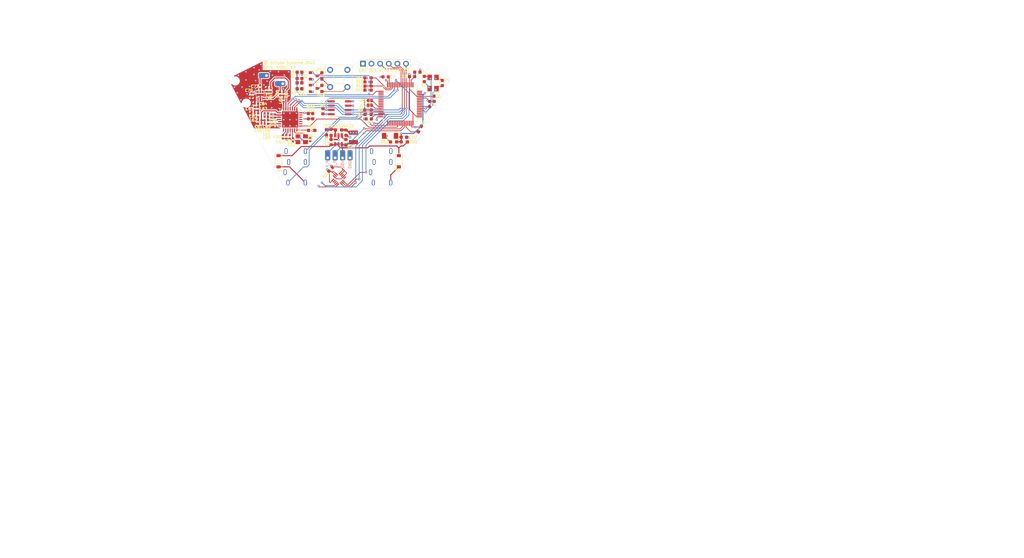
<source format=kicad_pcb>
(kicad_pcb (version 20211014) (generator pcbnew)
  (layers (0 "F.Cu" signal) (1 "In1.Cu" signal) (2 "In2.Cu" signal) (31 "B.Cu" signal) (35 "F.Paste" user) (36 "B.SilkS" user "B.Silkscreen") (37 "F.SilkS" user "F.Silkscreen") (38 "B.Mask" user) (39 "F.Mask" user) (44 "Edge.Cuts" user))
  (net 0 "")
  (net 1 "GND")
  (net 2 "+3V3")
  (net 3 "Net-(C4-Pad2)")
  (net 4 "Net-(C5-Pad2)")
  (net 5 "Net-(C6-Pad2)")
  (net 6 "VDD")
  (net 7 "Net-(C21-Pad2)")
  (net 8 "Net-(C21-Pad1)")
  (net 9 "Net-(C22-Pad2)")
  (net 10 "/sx1276/Antenna")
  (net 11 "Net-(C7-Pad1)")
  (net 12 "Net-(Q11-Pad3)")
  (net 13 "Net-(Q11-Pad1)")
  (net 14 "Net-(Q12-Pad3)")
  (net 15 "Net-(Q12-Pad1)")
  (net 16 "Net-(R1-Pad2)")
  (net 17 "P_MISO")
  (net 18 "P_MOSI")
  (net 19 "/sx1276/RST")
  (net 20 "P_SCK")
  (net 21 "Net-(C8-Pad1)")
  (net 22 "RFO_HF")
  (net 23 "RF1")
  (net 24 "RF2")
  (net 25 "/sx1276/DIO5")
  (net 26 "/sx1276/DIO4")
  (net 27 "/sx1276/DIO3")
  (net 28 "VR_PA")
  (net 29 "SWD_DIO")
  (net 30 "SWD_CLK")
  (net 31 "SNS_VIN")
  (net 32 "Net-(D10-Pad3)")
  (net 33 "Net-(D10-Pad4)")
  (net 34 "Net-(D12-Pad2)")
  (net 35 "/sx1276/DIO2")
  (net 42 "PPM_F")
  (net 43 "PPM_B")
  (net 44 "INT_L")
  (net 45 "CS_M")
  (net 46 "CS_A")
  (net 47 "CS_L")
  (net 48 "USB_RX")
  (net 49 "USB_TX")
  (net 50 "PA_BOOST")
  (net 51 "RFI_HF")
  (net 52 "USB_DP")
  (net 53 "USB_DM")
  (net 54 "LED_BLUE")
  (net 55 "LED_RED")
  (net 56 "RF_MOD")
  (net 80 "Net-(D1-Pad2)")
  (net 85 "/sx1276/DIO1")
  (net 87 "Net-(D13-Pad2)")
  (net 88 "LED_MISC")
  (net 92 "GPIO1")
  (net 93 "Net-(C61-Pad2)")
  (net 94 "Net-(C62-Pad2)")
  (net 95 "Net-(C63-Pad1)")
  (net 96 "Net-(C65-Pad1)")
  (net 97 "Net-(C71-Pad2)")
  (net 98 "Net-(C72-Pad1)")
  (net 99 "Net-(C81-Pad2)")
  (net 100 "Net-(C82-Pad1)")
  (net 103 "Net-(C87-Pad1)")
  (net 105 "Net-(D2-Pad2)")
  (net 106 "Net-(J1-Pad2)")
  (net 107 "Net-(J1-Pad3)")
  (footprint "Capacitor_SMD:C_0603_1608Metric" (layer "F.Cu") (at 19.1875 22.9)
    (fp_text reference "C50")
    (fp_text value "100nF" hide)
  )
  (footprint "Capacitor_SMD:C_0603_1608Metric" (layer "F.Cu") (at -2.3 24.36 90)
    (fp_text reference "C20")
    (fp_text value "2.2uF" hide)
  )
  (footprint "Capacitor_SMD:C_0603_1608Metric" (layer "F.Cu") (at 2.1 24.36 -90)
    (fp_text reference "C21")
    (fp_text value "100nF" hide)
  )
  (footprint "Capacitor_SMD:C_0603_1608Metric" (layer "F.Cu") (at -3.6625 21.4475 90)
    (fp_text reference "C22")
    (fp_text value "22pF" hide)
  )
  (footprint "Capacitor_SMD:C_0603_1608Metric" (layer "F.Cu") (at 2.1 21.56 -90)
    (fp_text reference "C23")
    (fp_text value "22uF" hide)
  )
  (footprint "Capacitor_SMD:C_0402_1005Metric" (layer "F.Cu") (at -8.4 23.6 90)
    (fp_text reference "C61")
    (fp_text value "15pF" hide)
  )
  (footprint "Capacitor_SMD:C_0402_1005Metric" (layer "F.Cu") (at -13.5 23.7 90)
    (fp_text reference "C62")
    (fp_text value "15pF" hide)
  )
  (footprint "Capacitor_SMD:C_0402_1005Metric" (layer "F.Cu") (at -14.4895 22.8 -90)
    (fp_text reference "C63")
    (fp_text value "100nF" hide)
  )
  (footprint "Capacitor_SMD:C_0402_1005Metric" (layer "F.Cu") (at -15.5 22.8 -90)
    (fp_text reference "C64")
    (fp_text value "100nF" hide)
  )
  (footprint "Capacitor_SMD:C_0402_1005Metric" (layer "F.Cu") (at -16.5 22.8 -90)
    (fp_text reference "C65")
    (fp_text value "100nF" hide)
  )
  (footprint "Capacitor_SMD:C_0402_1005Metric" (layer "F.Cu") (at -18.9 16.65 90)
    (fp_text reference "C66")
    (fp_text value "47pF" hide)
  )
  (footprint "Capacitor_SMD:C_0402_1005Metric" (layer "F.Cu") (at -19.9 16.64 90)
    (fp_text reference "C67")
    (fp_text value "100nF" hide)
  )
  (footprint "Inductor_SMD:L_1210_3225Metric" (layer "F.Cu") (at 4.3065 22.956 90)
    (fp_text reference "L20" hide)
    (fp_text value "4.7uH" hide)
  )
  (footprint "Package_TO_SOT_SMD:SOT-23" (layer "F.Cu") (at -7.4 4.8)
    (fp_text reference "Q11" hide)
    (fp_text value "AO3401A" hide)
  )
  (footprint "Package_TO_SOT_SMD:SOT-23" (layer "F.Cu") (at -7.4 8.5)
    (fp_text reference "Q12" hide)
    (fp_text value "AO3401A" hide)
  )
  (footprint "Resistor_SMD:R_0603_1608Metric_Pad0.98x0.95mm_HandSolder" (layer "F.Cu") (at 19.3 24.3 180)
    (fp_text reference "R50")
    (fp_text value "15K" hide)
  )
  (footprint "Resistor_SMD:R_0603_1608Metric_Pad0.98x0.95mm_HandSolder" (layer "F.Cu") (at 16.15 24.3 180)
    (fp_text reference "R51")
    (fp_text value "2K2" hide)
  )
  (footprint "Resistor_SMD:R_0603_1608Metric_Pad0.98x0.95mm_HandSolder" (layer "F.Cu") (at 8.6 7.8 180)
    (fp_text reference "R10")
    (fp_text value "1K" hide)
  )
  (footprint "Resistor_SMD:R_0603_1608Metric_Pad0.98x0.95mm_HandSolder" (layer "F.Cu") (at 8.6 5.4 180)
    (fp_text reference "R11")
    (fp_text value "1K" hide)
  )
  (footprint "Resistor_SMD:R_0603_1608Metric_Pad0.98x0.95mm_HandSolder" (layer "F.Cu") (at -5 4.8 -90)
    (fp_text reference "R12")
    (fp_text value "10R" hide)
  )
  (footprint "Resistor_SMD:R_0603_1608Metric_Pad0.98x0.95mm_HandSolder" (layer "F.Cu") (at -5 8.5 -90)
    (fp_text reference "R13")
    (fp_text value "22R" hide)
  )
  (footprint "Resistor_SMD:R_0603_1608Metric_Pad0.98x0.95mm_HandSolder" (layer "F.Cu") (at -0.1 20.76 180)
    (fp_text reference "R20")
    (fp_text value "10K" hide)
  )
  (footprint "Resistor_SMD:R_0603_1608Metric_Pad0.98x0.95mm_HandSolder" (layer "F.Cu") (at -2.3 21.46 -90)
    (fp_text reference "R21")
    (fp_text value "2K2" hide)
  )
  (footprint "Resistor_SMD:R_0603_1608Metric_Pad0.98x0.95mm_HandSolder" (layer "F.Cu") (at -8 20.9 180)
    (fp_text reference "R60")
    (fp_text value "10K" hide)
  )
  (footprint "Package_TO_SOT_SMD:TSOT-23-6" (layer "F.Cu") (at -0.1 23.66 -90)
    (fp_text reference "U20" hide)
    (fp_text value "SY8253ADC" hide)
  )
  (footprint "lib_fp:TGD-TFLGA-16_3x3mm" (layer "F.Cu") (at 0 35.2 45)
    (fp_text reference "U30" hide)
    (fp_text value "H3LIS331DL" hide)
  )
  (footprint "lib_fp:TGD-QFN-28-1EP_6x6mm_P0.65mm_EP4.8x4.8mm" (layer "F.Cu") (at -14.35 17.65 90)
    (fp_text reference "U60" hide)
    (fp_text value "SX1276" hide)
  )
  (footprint "Crystal:Crystal_SMD_3225-4Pin_3.2x2.5mm" (layer "F.Cu") (at -10.95 23.5 180)
    (fp_text reference "U61" hide)
    (fp_text value "Crystal_GND24" hide)
  )
  (footprint "lib_fp:R50RB2-F-0160" (layer "F.Cu") (at 0 5.5 -90)
    (fp_text reference "D10" hide)
    (fp_text value "R50RB2-F-0160" hide)
  )
  (footprint "Capacitor_SMD:C_0402_1005Metric" (layer "F.Cu") (at -17.3 10.1 -90)
    (fp_text reference "C88")
    (fp_text value "47pF" hide)
  )
  (footprint "Resistor_SMD:R_0603_1608Metric_Pad0.98x0.95mm_HandSolder" (layer "F.Cu") (at 23.9 20.5 -117)
    (fp_text reference "R1")
    (fp_text value "10K" hide)
  )
  (footprint "" (layer "F.Cu") (at 5.5 19)
    (fp_text reference "")
    (fp_text value "" hide)
  )
  (footprint "Capacitor_SMD:C_0603_1608Metric" (layer "F.Cu") (at -9 16.7 -90)
    (fp_text reference "C68")
    (fp_text value "100nF" hide)
  )
  (footprint "Crystal:Crystal_SMD_5032-4Pin_5.0x3.2mm" (layer "F.Cu") (at 27.8 6.9 90)
    (fp_text reference "U2" hide)
    (fp_text value "Crystal_GND24" hide)
  )
  (footprint "Capacitor_SMD:C_0402_1005Metric" (layer "F.Cu") (at -23.3 18.9 180)
    (fp_text reference "C80")
    (fp_text value "8.2pF" hide)
  )
  (footprint "Capacitor_SMD:C_0402_1005Metric" (layer "F.Cu") (at -16.3 10.1 90)
    (fp_text reference "C87")
    (fp_text value "3.3pF" hide)
  )
  (footprint "Capacitor_SMD:C_0603_1608Metric" (layer "F.Cu") (at 30.5 6.9 -90)
    (fp_text reference "C5")
    (fp_text value "15pF" hide)
  )
  (footprint "Resistor_SMD:R_0603_1608Metric_Pad0.98x0.95mm_HandSolder" (layer "F.Cu") (at -10.9 4.63125 -90)
    (fp_text reference "R17")
    (fp_text value "1K" hide)
  )
  (footprint "Diode_SMD:D_SOD-123" (layer "F.Cu") (at 17.7 30 -90)
    (fp_text reference "D2")
    (fp_text value "B5819W" hide)
  )
  (footprint "Capacitor_SMD:C_0603_1608Metric" (layer "F.Cu") (at 28.1 11.55 -90)
    (fp_text reference "C3")
    (fp_text value "100nF" hide)
  )
  (footprint "Capacitor_SMD:C_0603_1608Metric" (layer "F.Cu") (at 25.2 5.7 90)
    (fp_text reference "C6")
    (fp_text value "15pF" hide)
  )
  (footprint "lib_fp:TGD-antenna-THT" (layer "F.Cu") (at -21.35 4.7 90)
    (fp_text reference "J65" hide)
    (fp_text value "Conn_01x01_Female" hide)
  )
  (footprint "Capacitor_SMD:C_0402_1005Metric" (layer "F.Cu") (at -25.8 10.4 90)
    (fp_text reference "C70")
    (fp_text value "1nF" hide)
  )
  (footprint "lib_fp:G-Switch-ST-TRRS" (layer "F.Cu") (at 12.6 38 90)
    (fp_text reference "J2" hide)
    (fp_text value "G-Switch-ST-0322" hide)
  )
  (footprint "Package_SO:SOIC-8_3.9x4.9mm_P1.27mm" (layer "F.Cu") (at 0.275 14.225)
    (fp_text reference "U40" hide)
    (fp_text value "LE25U40CMD" hide)
  )
  (footprint "Capacitor_SMD:C_0402_1005Metric" (layer "F.Cu") (at -23.3 17.9 180)
    (fp_text reference "C81")
    (fp_text value "22pF" hide)
  )
  (footprint "lib_fp:TGD-antenna-THT" (layer "F.Cu") (at -1.1 29)
    (fp_text reference "J5" hide)
    (fp_text value "Conn_01x01" hide)
  )
  (footprint "Inductor_SMD:L_0402_1005Metric" (layer "F.Cu") (at -23.8 16.4 90)
    (fp_text reference "L62")
    (fp_text value "5.6nH" hide)
  )
  (footprint "Capacitor_SMD:C_0603_1608Metric" (layer "F.Cu") (at -4.7 15.225 -90)
    (fp_text reference "C40")
    (fp_text value "100nF" hide)
  )
  (footprint "Connector_PinHeader_2.54mm:PinHeader_1x06_P2.54mm_Vertical" (layer "F.Cu") (at 7.1 1.2 90)
    (fp_text reference "J8" hide)
    (fp_text value "Conn_01x06" hide)
  )
  (footprint "Diode_SMD:D_SOD-123" (layer "F.Cu") (at -17.8 30 -90)
    (fp_text reference "D1")
    (fp_text value "B5819W" hide)
  )
  (footprint "Capacitor_SMD:C_0402_1005Metric" (layer "F.Cu") (at -24.3 13 180)
    (fp_text reference "C84")
    (fp_text value "3.3pF" hide)
  )
  (footprint "Resistor_SMD:R_0402_1005Metric" (layer "F.Cu") (at -20.1 9 90)
    (fp_text reference "R61")
    (fp_text value "1K" hide)
  )
  (footprint "Inductor_SMD:L_0402_1005Metric" (layer "F.Cu") (at -23.8 14.5 90)
    (fp_text reference "L63")
    (fp_text value "4.7nH" hide)
  )
  (footprint "" (layer "F.Cu") (at -30.55 6.3)
    (fp_text reference "")
    (fp_text value "")
  )
  (footprint "Capacitor_SMD:C_0603_1608Metric" (layer "F.Cu") (at 23.15 3.7 180)
    (fp_text reference "C1")
    (fp_text value "2.2uF" hide)
  )
  (footprint "Resistor_SMD:R_0603_1608Metric_Pad0.98x0.95mm_HandSolder" (layer "F.Cu") (at 8.6 6.6 180)
    (fp_text reference "R15")
    (fp_text value "10K" hide)
  )
  (footprint "Diode_SMD:D_MiniMELF" (layer "F.Cu") (at 15.1 22.5 180)
    (fp_text reference "D50" hide)
    (fp_text value "ZMM3V3" hide)
  )
  (footprint "Inductor_SMD:L_0402_1005Metric" (layer "F.Cu") (at -21.42 17.9)
    (fp_text reference "L61")
    (fp_text value "33nH" hide)
  )
  (footprint "Resistor_SMD:R_0603_1608Metric_Pad0.98x0.95mm_HandSolder" (layer "F.Cu") (at 8.6 14.85)
    (fp_text reference "R3")
    (fp_text value "22R" hide)
  )
  (footprint "lib_fp:TGD_SolderJumper" (layer "F.Cu") (at 9.15 12.05)
    (fp_text reference "JP3")
    (fp_text value "SolderJumper_2_Open" hide)
  )
  (footprint "lib_fp:TGD-antenna-THT" (layer "F.Cu") (at -3.3 29)
    (fp_text reference "J4" hide)
    (fp_text value "Conn_01x01" hide)
  )
  (footprint "" (layer "F.Cu") (at -27.3 12.85)
    (fp_text reference "")
    (fp_text value "")
  )
  (footprint "Capacitor_SMD:C_0402_1005Metric" (layer "F.Cu") (at -25.3 15.9 180)
    (fp_text reference "C82")
    (fp_text value "8.2pF" hide)
  )
  (footprint "Capacitor_SMD:C_0603_1608Metric" (layer "F.Cu") (at 26.8 13.1 -90)
    (fp_text reference "C4")
    (fp_text value "100nF" hide)
  )
  (footprint "Resistor_SMD:R_0603_1608Metric_Pad0.98x0.95mm_HandSolder" (layer "F.Cu") (at -12.3 4.63125 -90)
    (fp_text reference "R18")
    (fp_text value "1K" hide)
  )
  (footprint "lib_fp:TGD-antenna-THT" (layer "F.Cu") (at 3.3 29)
    (fp_text reference "J7" hide)
    (fp_text value "Conn_01x01" hide)
  )
  (footprint "Resistor_SMD:R_0603_1608Metric_Pad0.98x0.95mm_HandSolder" (layer "F.Cu") (at 8.625 16.175 180)
    (fp_text reference "R2")
    (fp_text value "22R" hide)
  )
  (footprint "lib_fp:TGD-antenna-THT" (layer "F.Cu") (at -16.55 7.1 90)
    (fp_text reference "J64" hide)
    (fp_text value "Conn_01x01_Female" hide)
  )
  (footprint "LED_SMD:LED_0603_1608Metric_Pad1.05x0.95mm_HandSolder" (layer "F.Cu") (at -10.9 7.73125 90)
    (fp_text reference "D12")
    (fp_text value "LED_3V3" hide)
  )
  (footprint "lib_fp:TGD_SolderJumper" (layer "F.Cu") (at 9.15 13.45)
    (fp_text reference "JP2")
    (fp_text value "SolderJumper_2_Open" hide)
  )
  (footprint "LED_SMD:LED_0603_1608Metric_Pad1.05x0.95mm_HandSolder" (layer "F.Cu") (at -12.3 7.73125 90)
    (fp_text reference "D13")
    (fp_text value "LED_MISC" hide)
  )
  (footprint "Capacitor_SMD:C_0603_1608Metric" (layer "F.Cu") (at 8.825 17.5 180)
    (fp_text reference "C8")
    (fp_text value "2.2uF" hide)
  )
  (footprint "Resistor_SMD:R_0603_1608Metric_Pad0.98x0.95mm_HandSolder" (layer "F.Cu") (at 8.6 9 180)
    (fp_text reference "R14")
    (fp_text value "10K" hide)
  )
  (footprint "Capacitor_SMD:C_0402_1005Metric" (layer "F.Cu") (at -24.8 14.5 90)
    (fp_text reference "C83")
    (fp_text value "1.5pF" hide)
  )
  (footprint "Capacitor_SMD:C_0402_1005Metric" (layer "F.Cu") (at -23.2 8.1 90)
    (fp_text reference "C72")
    (fp_text value "47pF" hide)
  )
  (footprint "lib_fp:TGD-antenna-THT" (layer "F.Cu") (at 1.1 29)
    (fp_text reference "J6" hide)
    (fp_text value "Conn_01x01" hide)
  )
  (footprint "Inductor_SMD:L_0402_1005Metric" (layer "F.Cu") (at -21.4 18.95 180)
    (fp_text reference "L60")
    (fp_text value "2.2nH" hide)
  )
  (footprint "Capacitor_SMD:C_0402_1005Metric" (layer "F.Cu") (at -21.4 16.85 180)
    (fp_text reference "C86")
    (fp_text value "47pF" hide)
  )
  (footprint "Capacitor_SMD:C_0603_1608Metric" (layer "F.Cu") (at 21.6 5)
    (fp_text reference "C2")
    (fp_text value "100nF" hide)
  )
  (footprint "Capacitor_SMD:C_0402_1005Metric" (layer "F.Cu") (at -21.4 15.8 180)
    (fp_text reference "C85")
    (fp_text value "100nF" hide)
  )
  (footprint "lib_fp:G-Switch-ST-TRRS" (layer "F.Cu") (at -12.6 38 90)
    (fp_text reference "J1" hide)
    (fp_text value "G-Switch-ST-0322" hide)
  )
  (footprint "Package_QFP:LQFP-64_10x10mm_P0.5mm" (layer "F.Cu") (at 18.1 13.1 180)
    (fp_text reference "U1" hide)
    (fp_text value "STM32F405RGTx" hide)
  )
  (footprint "Capacitor_SMD:C_0603_1608Metric" (layer "F.Cu") (at 13.8 5.1 180)
    (fp_text reference "C7")
    (fp_text value "2.2uF" hide)
  )
  (footprint "Package_TO_SOT_SMD:SOT-363_SC-70-6" (layer "F.Cu") (at -23.2 10.5 90)
    (fp_text reference "U62" hide)
    (fp_text value "PE4259" hide)
  )
  (footprint "Capacitor_SMD:C_0603_1608Metric" (layer "F.Cu") (at -2.425 32.35 45)
    (fp_text reference "C31")
    (fp_text value "100nF" hide)
  )
  (footprint "" (layer "F.Cu") (at -5.5 19)
    (fp_text reference "")
    (fp_text value "" hide)
  )
  (footprint "Capacitor_SMD:C_0402_1005Metric" (layer "F.Cu") (at -21.1 9 -90)
    (fp_text reference "C71")
    (fp_text value "1nF" hide)
  )
  (footprint "Capacitor_SMD:C_0603_1608Metric" (layer "F.Cu") (at -7.7 16.7 -90)
    (fp_text reference "C60")
    (fp_text value "2.2uF" hide)
  )
  (footprint "Inductor_SMD:L_0402_1005Metric" (layer "F.Cu") (at -16.3 12 90)
    (fp_text reference "L64")
    (fp_text value "10nH" hide)
  )
  (gr_line (start -3.084 9.472) (end -3.884 8.672) (layer "F.SilkS") (width 0.12))
  (gr_line (start 16 38) (end 33 5.5) (layer "Edge.Cuts") (width 0.05))
  (gr_line (start -16 38) (end 0 38) (layer "Edge.Cuts") (width 0.05))
  (gr_line (start 0 2) (end -4 2) (layer "Edge.Cuts") (width 0.05))
  (gr_line (start 6 0) (end 4 2) (layer "Edge.Cuts") (width 0.05))
  (gr_line (start -22 0) (end -33 5.5) (layer "Edge.Cuts") (width 0.05))
  (gr_line (start 0 38) (end 16 38) (layer "Edge.Cuts") (width 0.05))
  (gr_line (start 4 2) (end 0 2) (layer "Edge.Cuts") (width 0.05))
  (gr_line (start -33 5.5) (end -16 38) (layer "Edge.Cuts") (width 0.05))
  (gr_line (start 22 0) (end 6 0) (layer "Edge.Cuts") (width 0.05))
  (gr_line (start 33 5.5) (end 22 0) (layer "Edge.Cuts") (width 0.05))
  (gr_line (start -6 0) (end -22 0) (layer "Edge.Cuts") (width 0.05))
  (gr_line (start -4 2) (end -6 0) (layer "Edge.Cuts") (width 0.05))
  (gr_text "P_B" (at -1.1 30.85 90) (layer "B.SilkS") (effects (font (size 0.8 0.8) (thickness 0.2)) (justify mirror)))
  (gr_text "VDD" (at 1.125 31 90) (layer "B.SilkS") (effects (font (size 0.8 0.8) (thickness 0.2)) (justify mirror)))
  (gr_text "GND" (at 3.3 31 90) (layer "B.SilkS") (effects (font (size 0.8 0.8) (thickness 0.2)) (justify mirror)))
  (gr_text "P_F" (at -3.35 30.8 90) (layer "B.SilkS") (effects (font (size 0.8 0.8) (thickness 0.2)) (justify mirror)))
  (gr_text "© Alfredo Systems 2022" (at -14.566666 0.9) (layer "F.SilkS") (effects (font (size 0.8 0.8) (thickness 0.2))))
  (gr_text "MI" (at 12.384761 3.2) (layer "F.SilkS") (effects (font (size 0.8 0.8) (thickness 0.2))))
  (gr_text "MO" (at 17.539045 3.2) (layer "F.SilkS") (effects (font (size 0.8 0.8) (thickness 0.2))))
  (gr_text "IO1\n" (at 20.04 3.2) (layer "F.SilkS") (effects (font (size 0.8 0.8) (thickness 0.2))))
  (gr_text "3V3" (at 9.998095 3.2) (layer "F.SilkS") (effects (font (size 0.8 0.8) (thickness 0.2))))
  (gr_text "SPIN-SONIC V2" (at -17.5 2.3) (layer "F.SilkS") (effects (font (size 0.8 0.8) (thickness 0.2))))
  (gr_text "GND" (at 7.04 3.2) (layer "F.SilkS") (effects (font (size 0.8 0.8) (thickness 0.2))))
  (gr_text "SCK" (at 14.847617 3.2) (layer "F.SilkS") (effects (font (size 0.8 0.8) (thickness 0.2))))
  (segment (start 3.3625 22.935) (end 2.9625 22.935) (width 0.4064) (layer "F.Cu") (net 1))
  (segment (start -12.094 22.406) (end -12.094 22.402) (width 0.2032) (layer "F.Cu") (net 1))
  (segment (start 20.6 22.9) (end 19.9625 22.9) (width 0.2032) (layer "F.Cu") (net 1))
  (segment (start 0.318198 33.467588) (end 0.332412 33.467588) (width 0.2032) (layer "F.Cu") (net 1))
  (segment (start -8.4 24.08) (end -9.58 24.08) (width 0.2032) (layer "F.Cu") (net 1))
  (segment (start 2.9625 22.935) (end 2.3625 22.335) (width 0.4064) (layer "F.Cu") (net 1))
  (segment (start -17.3375 18.3) (end -15 18.3) (width 0.3048) (layer "F.Cu") (net 1))
  (segment (start -12.4 14.55) (end -12.4 15.707) (width 0.3048) (layer "F.Cu") (net 1))
  (segment (start -13.668 24.032) (end -14.4895 23.2105) (width 0.2032) (layer "F.Cu") (net 1))
  (segment (start 22.375 3.7) (end 22.375 5) (width 0.2032) (layer "F.Cu") (net 1))
  (segment (start -0.1 23.66) (end -0.1 22.35) (width 0.4064) (layer "F.Cu") (net 1))
  (segment (start 28.825 5.275) (end 28.8 5.25) (width 0.2032) (layer "F.Cu") (net 1))
  (segment (start 2.3625 22.335) (end 2.1 22.335) (width 0.4064) (layer "F.Cu") (net 1))
  (segment (start 23.775 11.35) (end 25.825 11.35) (width 0.2032) (layer "F.Cu") (net 1))
  (segment (start 1.075 32.225) (end 1.5 32.65) (width 0.2032) (layer "F.Cu") (net 1))
  (segment (start 24.101223 19.9) (end 24.314266 19.686957) (width 0.2032) (layer "F.Cu") (net 1))
  (segment (start -9 17.475) (end -7.7 17.475) (width 0.2032) (layer "F.Cu") (net 1))
  (segment (start 26.8 8.55) (end 26.8 8.5) (width 0.2032) (layer "F.Cu") (net 1))
  (segment (start -12.4 15.7) (end -14.35 17.65) (width 0.4064) (layer "F.Cu") (net 1))
  (segment (start -12.4 15.707) (end -12.521 15.828) (width 0.3048) (layer "F.Cu") (net 1))
  (segment (start -11.60625 8.60625) (end -10.9 8.60625) (width 0.2032) (layer "F.Cu") (net 1))
  (segment (start -10.1 17.5) (end -9.025 17.5) (width 0.2032) (layer "F.Cu") (net 1))
  (segment (start 30.5 6.125) (end 30.175 5.8) (width 0.2032) (layer "F.Cu") (net 1))
  (segment (start 21.6 19.9) (end 22.5 19.9) (width 0.2032) (layer "F.Cu") (net 1))
  (segment (start -2.3 23.585) (end -2.3 22.3725) (width 0.4064) (layer "F.Cu") (net 1))
  (segment (start 22.375 5.025) (end 22.375 5) (width 0.2032) (layer "F.Cu") (net 1))
  (segment (start 1.5 32.65) (end 1.5 32.992893) (width 0.2032) (layer "F.Cu") (net 1))
  (segment (start 1.15 32.65) (end 1.15 32.3) (width 0.2032) (layer "F.Cu") (net 1))
  (segment (start 15.375 24.3875) (end 15.2375 24.25) (width 0.3048) (layer "F.Cu") (net 1))
  (segment (start 12.4 5.1) (end 12.35 5.05) (width 0.2032) (layer "F.Cu") (net 1))
  (segment (start 21.35 7.425) (end 21.35 6.05) (width 0.2032) (layer "F.Cu") (net 1))
  (segment (start -1.371751 34.528249) (end -0.7 35.2) (width 0.2032) (layer "F.Cu") (net 1))
  (segment (start -16.726 16.35) (end -16.775 16.35) (width 0.3048) (layer "F.Cu") (net 1))
  (segment (start 22.5 19.9) (end 24.101223 19.9) (width 0.2032) (layer "F.Cu") (net 1))
  (segment (start -9.025 17.5) (end -9 17.475) (width 0.2032) (layer "F.Cu") (net 1))
  (segment (start -10.398 24.102) (end -12.094 22.406) (width 0.2032) (layer "F.Cu") (net 1))
  (segment (start -19.6 16.17) (end -18.9 16.17) (width 0.3048) (layer "F.Cu") (net 1))
  (segment (start -0.318198 36.932412) (end -0.985786 37.6) (width 0.2032) (layer "F.Cu") (net 1))
  (segment (start -9.894 24.102) (end -10.398 24.102) (width 0.2032) (layer "F.Cu") (net 1))
  (segment (start -14.4895 23.28) (end -16.5 23.28) (width 0.2032) (layer "F.Cu") (net 1))
  (segment (start 27.425 12.325) (end 26.8 12.325) (width 0.2032) (layer "F.Cu") (net 1))
  (segment (start -2.2 16.13) (end -4.57 16.13) (width 0.2032) (layer "F.Cu") (net 1))
  (segment (start 15.15 24.3) (end 13.35 22.5) (width 0.2032) (layer "F.Cu") (net 1))
  (segment (start -5.7 37.6) (end -6 37.3) (width 0.2032) (layer "F.Cu") (net 1))
  (segment (start -18.72 16.35) (end -17.45 16.35) (width 0.3048) (layer "F.Cu") (net 1))
  (segment (start 30.175 5.8) (end 29.7 5.8) (width 0.2032) (layer "F.Cu") (net 1))
  (segment (start -18.9 16.17) (end -18.72 16.35) (width 0.3048) (layer "F.Cu") (net 1))
  (segment (start 1.5 32.65) (end 2.25 33.4) (width 0.2032) (layer "F.Cu") (net 1))
  (segment (start 29.7 5.8) (end 29.35 5.8) (width 0.2032) (layer "F.Cu") (net 1))
  (segment (start 0.551992 31.701992) (end -1.801992 31.701992) (width 0.2032) (layer "F.Cu") (net 1))
  (segment (start -2.3 23.585) (end -0.175 23.585) (width 0.4064) (layer "F.Cu") (net 1))
  (segment (start -0.175 23.585) (end -0.1 23.66) (width 0.4064) (layer "F.Cu") (net 1))
  (segment (start -1.378858 34.528249) (end -1.371751 34.528249) (width 0.2032) (layer "F.Cu") (net 1))
  (segment (start 29.35 5.8) (end 28.825 5.275) (width 0.2032) (layer "F.Cu") (net 1))
  (segment (start 1.15 32.3) (end 1.075 32.225) (width 0.2032) (layer "F.Cu") (net 1))
  (segment (start 1.075 32.225) (end 0.551992 31.701992) (width 0.2032) (layer "F.Cu") (net 1))
  (segment (start -15.65 16.35) (end -14.35 17.65) (width 0.2032) (layer "F.Cu") (net 1))
  (segment (start 26.8 8.25) (end 25.2 6.65) (width 0.2032) (layer "F.Cu") (net 1))
  (segment (start 0.671751 33.821142) (end 0.678858 33.821142) (width 0.2032) (layer "F.Cu") (net 1))
  (segment (start 0.332412 33.467588) (end 1.15 32.65) (width 0.2032) (layer "F.Cu") (net 1))
  (segment (start 21.35 19.65) (end 21.6 19.9) (width 0.2032) (layer "F.Cu") (net 1))
  (segment (start 0.707107 35.2) (end 1.378858 34.528249) (width 0.2032) (layer "F.Cu") (net 1))
  (segment (start 13.025 5.1) (end 12.4 5.1) (width 0.2032) (layer "F.Cu") (net 1))
  (segment (start -0.1 22.35) (end -0.1 22.374722) (width 0.4064) (layer "F.Cu") (net 1))
  (segment (start 1.5 32.992893) (end 0.671751 33.821142) (width 0.2032) (layer "F.Cu") (net 1))
  (segment (start 21.35 18.775) (end 21.35 19.65) (width 0.2032) (layer "F.Cu") (net 1))
  (segment (start -15 18.3) (end -14.35 17.65) (width 0.3048) (layer "F.Cu") (net 1))
  (segment (start 21.35 6.05) (end 22.375 5.025) (width 0.2032) (layer "F.Cu") (net 1))
  (segment (start -12.3 8.60625) (end -11.60625 8.60625) (width 0.2032) (layer "F.Cu") (net 1))
  (segment (start -0.985786 37.6) (end -5.7 37.6) (width 0.2032) (layer "F.Cu") (net 1))
  (segment (start -16.775 16.35) (end -17.45 16.35) (width 0.3048) (layer "F.Cu") (net 1))
  (segment (start -0.318198 36.932412) (end -0.332412 36.932412) (width 0.2032) (layer "F.Cu") (net 1))
  (segment (start -9.58 24.08) (end -9.85 24.35) (width 0.2032) (layer "F.Cu") (net 1))
  (segment (start 2.25 33.4) (end 2.25 33.657107) (width 0.2032) (layer "F.Cu") (net 1))
  (segment (start 28.1 12.325) (end 27.425 12.325) (width 0.2032) (layer "F.Cu") (net 1))
  (segment (start -13.494 24.032) (end -13.668 24.032) (width 0.2032) (layer "F.Cu") (net 1))
  (segment (start 15.2375 24.3) (end 15.15 24.3) (width 0.2032) (layer "F.Cu") (net 1))
  (segment (start 25.825 11.35) (end 26.8 12.325) (width 0.2032) (layer "F.Cu") (net 1))
  (segment (start -16.20675 18.3) (end -17.39325 18.3) (width 0.2032) (layer "F.Cu") (net 1))
  (segment (start 26.8 8.5) (end 26.8 8.25) (width 0.2032) (layer "F.Cu") (net 1))
  (segment (start 25.2 6.65) (end 25.2 6.475) (width 0.2032) (layer "F.Cu") (net 1))
  (segment (start -0.7 35.2) (end 0.707107 35.2) (width 0.2032) (layer "F.Cu") (net 1))
  (segment (start -4.57 16.13) (end -4.7 16) (width 0.2032) (layer "F.Cu") (net 1))
  (segment (start -21.88 16.85) (end -21.88 16.33) (width 0.3048) (layer "F.Cu") (net 1))
  (segment (start 2.25 33.657107) (end 1.378858 34.528249) (width 0.2032) (layer "F.Cu") (net 1))
  (segment (start -21.88 16.33) (end -21.88 15.8) (width 0.3048) (layer "F.Cu") (net 1))
  (segment (start -16.204 15.828) (end -16.726 16.35) (width 0.3048) (layer "F.Cu") (net 1))
  (via (at -27.35 14.85) (size 0.6096) (drill 0.3048) (layers "F.Cu" "B.Cu") (net 1))
  (via (at -22.1 7.45) (size 0.6096) (drill 0.3048) (layers "F.Cu" "B.Cu") (net 1))
  (via (at -10.1 17.5) (size 0.6096) (drill 0.3048) (layers "F.Cu" "B.Cu") (net 1))
  (via (at -25.05 4.35) (size 0.6096) (drill 0.3048) (layers "F.Cu" "B.Cu") (net 1))
  (via (at -11.60625 8.60625) (size 0.6096) (drill 0.3048) (layers "F.Cu" "B.Cu") (net 1))
  (via (at -14.426 15.828) (size 0.6096) (drill 0.3048) (layers "F.Cu" "B.Cu") (net 1))
  (via (at -29.95 9.8) (size 0.6096) (drill 0.3048) (layers "F.Cu" "B.Cu") (net 1))
  (via (at -28.9 11.85) (size 0.6096) (drill 0.3048) (layers "F.Cu" "B.Cu") (net 1))
  (via (at -26.35 7.9) (size 0.6096) (drill 0.3048) (layers "F.Cu" "B.Cu") (net 1))
  (via (at -6 37.3) (size 0.6096) (drill 0.3048) (layers "F.Cu" "B.Cu") (net 1))
  (via (at 28.6 5.6) (size 0.6096) (drill 0.3048) (layers "F.Cu" "B.Cu") (net 1))
  (via (at -3.7 16.09) (size 0.6096) (drill 0.3048) (layers "F.Cu" "B.Cu") (net 1))
  (via (at -24.6 8.5) (size 0.6096) (drill 0.3048) (layers "F.Cu" "B.Cu") (net 1))
  (via (at 26.2 12.1) (size 0.6096) (drill 0.3048) (layers "F.Cu" "B.Cu") (net 1))
  (via (at -19.8 14.2) (size 0.6096) (drill 0.3048) (layers "F.Cu" "B.Cu") (net 1))
  (via (at -23 1.4) (size 0.6096) (drill 0.3048) (layers "F.Cu" "B.Cu") (net 1))
  (via (at -12.521 19.511) (size 0.6096) (drill 0.3048) (layers "F.Cu" "B.Cu") (net 1))
  (via (at -17.6 14.4) (size 0.6096) (drill 0.3048) (layers "F.Cu" "B.Cu") (net 1))
  (via (at -27.4 3.6) (size 0.6096) (drill 0.3048) (layers "F.Cu" "B.Cu") (net 1))
  (via (at -30.8 8.15) (size 0.6096) (drill 0.3048) (layers "F.Cu" "B.Cu") (net 1))
  (via (at -17.6 11.8) (size 0.6096) (drill 0.3048) (layers "F.Cu" "B.Cu") (net 1))
  (via (at 20.6 22.9) (size 0.6096) (drill 0.3048) (layers "F.Cu" "B.Cu") (net 1))
  (via (at -10.8 23.7) (size 0.6096) (drill 0.3048) (layers "F.Cu" "B.Cu") (net 1))
  (via (at -14.426 17.733) (size 0.6096) (drill 0.3048) (layers "F.Cu" "B.Cu") (net 1))
  (via (at -14.426 19.511) (size 0.6096) (drill 0.3048) (layers "F.Cu" "B.Cu") (net 1))
  (via (at 12.35 5.1) (size 0.6096) (drill 0.3048) (layers "F.Cu" "B.Cu") (net 1))
  (via (at -15.5 23.75) (size 0.6096) (drill 0.3048) (layers "F.Cu" "B.Cu") (net 1))
  (via (at -28.55 8.1) (size 0.6096) (drill 0.3048) (layers "F.Cu" "B.Cu") (net 1))
  (via (at -16.204 19.511) (size 0.6096) (drill 0.3048) (layers "F.Cu" "B.Cu") (net 1))
  (via (at -21.4 19.8) (size 0.6096) (drill 0.3048) (layers "F.Cu" "B.Cu") (net 1))
  (via (at -16.204 15.828) (size 0.6096) (drill 0.3048) (layers "F.Cu" "B.Cu") (net 1))
  (via (at -29.65 4.65) (size 0.6096) (drill 0.3048) (layers "F.Cu" "B.Cu") (net 1))
  (via (at -0.1 23.66) (size 0.6096) (drill 0.3048) (layers "F.Cu" "B.Cu") (net 1))
  (via (at 22.4 4.35) (size 0.6096) (drill 0.3048) (layers "F.Cu" "B.Cu") (net 1))
  (via (at -20 12.4) (size 0.6096) (drill 0.3048) (layers "F.Cu" "B.Cu") (net 1))
  (via (at 22.5 19.9) (size 0.6096) (drill 0.3048) (layers "F.Cu" "B.Cu") (net 1))
  (via (at -21.88 16.33) (size 0.6096) (drill 0.3048) (layers "F.Cu" "B.Cu") (net 1))
  (via (at -25.95 14.25) (size 0.6096) (drill 0.3048) (layers "F.Cu" "B.Cu") (net 1))
  (via (at -27.4 6) (size 0.6096) (drill 0.3048) (layers "F.Cu" "B.Cu") (net 1))
  (via (at 14.15 22.55) (size 0.6096) (drill 0.3048) (layers "F.Cu" "B.Cu") (net 1))
  (via (at -27.1 10.1) (size 0.6096) (drill 0.3048) (layers "F.Cu" "B.Cu") (net 1))
  (via (at -16.204 17.733) (size 0.6096) (drill 0.3048) (layers "F.Cu" "B.Cu") (net 1))
  (via (at -19.4 16.18) (size 0.6096) (drill 0.3048) (layers "F.Cu" "B.Cu") (net 1))
  (via (at -24.55 6.2) (size 0.6096) (drill 0.3048) (layers "F.Cu" "B.Cu") (net 1))
  (via (at -22.6 12.8) (size 0.6096) (drill 0.3048) (layers "F.Cu" "B.Cu") (net 1))
  (via (at -16.1 4.55) (size 0.6096) (drill 0.3048) (layers "F.Cu" "B.Cu") (net 1))
  (via (at -25.6 17.8) (size 0.6096) (drill 0.3048) (layers "F.Cu" "B.Cu") (net 1))
  (via (at -25 2.4) (size 0.6096) (drill 0.3048) (layers "F.Cu" "B.Cu") (net 1))
  (via (at 7.425 17.525) (size 0.6096) (drill 0.3048) (layers "F.Cu" "B.Cu") (net 1))
  (via (at -22.2 14.2) (size 0.6096) (drill 0.3048) (layers "F.Cu" "B.Cu") (net 1))
  (via (at -23.5 3.05) (size 0.6096) (drill 0.3048) (layers "F.Cu" "B.Cu") (net 1))
  (via (at -2.35 31.35) (size 0.6096) (drill 0.3048) (layers "F.Cu" "B.Cu") (net 1))
  (via (at -20.2 3.5) (size 0.6096) (drill 0.3048) (layers "F.Cu" "B.Cu") (net 1))
  (via (at -14.8 3.6) (size 0.6096) (drill 0.3048) (layers "F.Cu" "B.Cu") (net 1))
  (via (at -14.7 10.65) (size 0.6096) (drill 0.3048) (layers "F.Cu" "B.Cu") (net 1))
  (via (at 26.6 8.2) (size 0.6096) (drill 0.3048) (layers "F.Cu" "B.Cu") (net 1))
  (via (at 3.3625 22.935) (size 0.6096) (drill 0.3048) (layers "F.Cu" "B.Cu") (net 1))
  (via (at -17.8 3.6) (size 0.6096) (drill 0.3048) (layers "F.Cu" "B.Cu") (net 1))
  (via (at -21.15 6.35) (size 0.6096) (drill 0.3048) (layers "F.Cu" "B.Cu") (net 1))
  (via (at -24.6 19.8) (size 0.6096) (drill 0.3048) (layers "F.Cu" "B.Cu") (net 1))
  (via (at -12.521 15.828) (size 0.6096) (drill 0.3048) (layers "F.Cu" "B.Cu") (net 1))
  (via (at -12.521 17.733) (size 0.6096) (drill 0.3048) (layers "F.Cu" "B.Cu") (net 1))
  (via (at -19.6 4.6) (size 0.6096) (drill 0.3048) (layers "F.Cu" "B.Cu") (net 1))
  (via (at -16.4 8.6) (size 0.6096) (drill 0.3048) (layers "F.Cu" "B.Cu") (net 1))
  (via (at -18.8 19.8) (size 0.6096) (drill 0.3048) (layers "F.Cu" "B.Cu") (net 1))
  (segment (start 2.1 20.785) (end 2.1 20.785) (width 0.4064) (layer "F.Cu") (net 2))
  (segment (start -8.35 5.8) (end -8.4 5.75) (width 0.2032) (layer "F.Cu") (net 2))
  (segment (start -15 21.45) (end -15 20.75) (width 0.3048) (layer "F.Cu") (net 2))
  (segment (start 20.825 4.325) (end 20.8 4.3) (width 0.2032) (layer "F.Cu") (net 2))
  (segment (start 2.1 20.785) (end 2.28125 20.785) (width 0.4064) (layer "F.Cu") (net 2))
  (segment (start 1.4875 20.76) (end 2.075 20.76) (width 0.4064) (layer "F.Cu") (net 2))
  (segment (start -1.025305 34.174695) (end -2.1 33.1) (width 0.2032) (layer "F.Cu") (net 2))
  (segment (start -2.464214 36.25) (end -1.732412 35.518198) (width 0.2032) (layer "F.Cu") (net 2))
  (segment (start 28.1 10.775) (end 28.025 10.85) (width 0.2032) (layer "F.Cu") (net 2))
  (segment (start -10.9 4.43125) (end -10.9 3.71875) (width 0.2032) (layer "F.Cu") (net 2))
  (segment (start -8.35 9.5) (end -8.4 9.45) (width 0.2032) (layer "F.Cu") (net 2))
  (segment (start -18.77 17) (end -18.9 17.13) (width 0.3048) (layer "F.Cu") (net 2))
  (segment (start 14.1 6.1) (end 13.8 6.1) (width 0.2032) (layer "F.Cu") (net 2))
  (segment (start -10.1 15.7) (end -9 15.7) (width 0.2032) (layer "F.Cu") (net 2))
  (segment (start 28.025 10.85) (end 23.775 10.85) (width 0.2032) (layer "F.Cu") (net 2))
  (segment (start 11.45 16.85) (end 12.425 16.85) (width 0.2032) (layer "F.Cu") (net 2))
  (segment (start 22.968086 10.85) (end 23.775 10.85) (width 0.2032) (layer "F.Cu") (net 2))
  (segment (start -2.596016 33.1) (end -2.898008 32.798008) (width 0.2032) (layer "F.Cu") (net 2))
  (segment (start -3.6375 22.2475) (end -3.6625 22.2225) (width 0.3048) (layer "F.Cu") (net 2))
  (segment (start -2.8 36.1) (end -2.65 36.25) (width 0.2032) (layer "F.Cu") (net 2))
  (segment (start 20.85 14.731914) (end 21.009043 14.890957) (width 0.2032) (layer "F.Cu") (net 2))
  (segment (start -15.5 22.32) (end -15.5 21.95) (width 0.3048) (layer "F.Cu") (net 2))
  (segment (start 2.28125 20.785) (end 2.765625 21.269375) (width 0.4064) (layer "F.Cu") (net 2))
  (segment (start -24.92 9.92) (end -24.75 9.75) (width 0.3048) (layer "F.Cu") (net 2))
  (segment (start 20.85 7.425) (end 20.85 8.55) (width 0.2032) (layer "F.Cu") (net 2))
  (segment (start 2.075 20.76) (end 2.1 20.785) (width 0.4064) (layer "F.Cu") (net 2))
  (segment (start -2.1 33.1) (end -2.2 33.1) (width 0.2032) (layer "F.Cu") (net 2))
  (segment (start -2.2 33.1) (end -2.596016 33.1) (width 0.2032) (layer "F.Cu") (net 2))
  (segment (start 20.85 14.7) (end 20.85 9.25) (width 0.2032) (layer "F.Cu") (net 2))
  (segment (start -15.5 21.95) (end -15 21.45) (width 0.3048) (layer "F.Cu") (net 2))
  (segment (start -9 15.7) (end -7.925 15.7) (width 0.2032) (layer "F.Cu") (net 2))
  (segment (start 2.75 12.32) (end 4.17 12.32) (width 0.2032) (layer "F.Cu") (net 2))
  (segment (start -9 15.925) (end -9 15.7) (width 0.2032) (layer "F.Cu") (net 2))
  (segment (start -0.671751 33.821142) (end -1.392893 33.1) (width 0.2032) (layer "F.Cu") (net 2))
  (segment (start 21.85 15.731914) (end 21.009043 14.890957) (width 0.2032) (layer "F.Cu") (net 2))
  (segment (start -3.6375 22.835) (end -3.6375 22.2475) (width 0.3048) (layer "F.Cu") (net 2))
  (segment (start 22.968086 16.85) (end 23.775 16.85) (width 0.2032) (layer "F.Cu") (net 2))
  (segment (start 3.05225 21.556) (end 4.3065 21.556) (width 0.4064) (layer "F.Cu") (net 2))
  (segment (start -17.45 17) (end -18.77 17) (width 0.3048) (layer "F.Cu") (net 2))
  (segment (start 0.675 20.6225) (end 0.8125 20.76) (width 0.4064) (layer "F.Cu") (net 2))
  (segment (start 20.85 8.731914) (end 22.968086 10.85) (width 0.2032) (layer "F.Cu") (net 2))
  (segment (start 20.85 7.425) (end 20.85 5.025) (width 0.2032) (layer "F.Cu") (net 2))
  (segment (start 21.85 18.775) (end 21.85 15.731914) (width 0.2032) (layer "F.Cu") (net 2))
  (segment (start 20.85 8.55) (end 20.85 8.731914) (width 0.2032) (layer "F.Cu") (net 2))
  (segment (start 2.765625 21.269375) (end 3.05225 21.556) (width 0.4064) (layer "F.Cu") (net 2))
  (segment (start -24.75 9.75) (end -24.55 9.55) (width 0.3048) (layer "F.Cu") (net 2))
  (segment (start 4.2875 21.537) (end 4.3065 21.556) (width 0.4064) (layer "F.Cu") (net 2))
  (segment (start 20.825 5) (end 20.825 4.325) (width 0.2032) (layer "F.Cu") (net 2))
  (segment (start -3.63 14.86) (end -3.7 14.79) (width 0.2032) (layer "F.Cu") (net 2))
  (segment (start -25.8 9.92) (end -24.92 9.92) (width 0.3048) (layer "F.Cu") (net 2))
  (segment (start 14.35 7.425) (end 14.35 6.35) (width 0.2032) (layer "F.Cu") (net 2))
  (segment (start -4.36 14.79) (end -4.7 14.45) (width 0.2032) (layer "F.Cu") (net 2))
  (segment (start 20.85 8.55) (end 20.85 14.731914) (width 0.2032) (layer "F.Cu") (net 2))
  (segment (start -7.7 5.8) (end -8.35 5.8) (width 0.2032) (layer "F.Cu") (net 2))
  (segment (start -15 20.6375) (end -15 21.325) (width 0.3048) (layer "F.Cu") (net 2))
  (segment (start 11.2 17.75) (end 11.2 17.1) (width 0.2032) (layer "F.Cu") (net 2))
  (segment (start -11.25 15.7) (end -10.1 15.7) (width 0.2032) (layer "F.Cu") (net 2))
  (segment (start -7.7 9.5) (end -8.35 9.5) (width 0.2032) (layer "F.Cu") (net 2))
  (segment (start 4.2 13.59) (end 2.75 13.59) (width 0.2032) (layer "F.Cu") (net 2))
  (segment (start -24.55 9.55) (end -23.85 9.55) (width 0.3048) (layer "F.Cu") (net 2))
  (segment (start 20.85 5.025) (end 20.825 5) (width 0.2032) (layer "F.Cu") (net 2))
  (segment (start -2.8 32.775) (end -2.8 36.1) (width 0.2032) (layer "F.Cu") (net 2))
  (segment (start 4.17 12.32) (end 4.2 12.29) (width 0.2032) (layer "F.Cu") (net 2))
  (segment (start -7.925 15.7) (end -7.7 15.925) (width 0.2032) (layer "F.Cu") (net 2))
  (segment (start 0.8125 20.76) (end 1.4875 20.76) (width 0.4064) (layer "F.Cu") (net 2))
  (segment (start -1.392893 33.1) (end -2.2 33.1) (width 0.2032) (layer "F.Cu") (net 2))
  (segment (start 24 3.625) (end 23.925 3.7) (width 0.2032) (layer "F.Cu") (net 2))
  (segment (start -3.7 14.79) (end -4.36 14.79) (width 0.2032) (layer "F.Cu") (net 2))
  (segment (start 24 3) (end 24 3.625) (width 0.2032) (layer "F.Cu") (net 2))
  (segment (start 14.35 6.35) (end 14.1 6.1) (width 0.2032) (layer "F.Cu") (net 2))
  (segment (start 21.009043 14.890957) (end 22.968086 16.85) (width 0.2032) (layer "F.Cu") (net 2))
  (segment (start -18.9 17.13) (end -19.6 17.13) (width 0.3048) (layer "F.Cu") (net 2))
  (segment (start 11.2 17.1) (end 11.45 16.85) (width 0.2032) (layer "F.Cu") (net 2))
  (segment (start -2.65 36.25) (end -2.464214 36.25) (width 0.2032) (layer "F.Cu") (net 2))
  (segment (start -2.2 14.86) (end -3.63 14.86) (width 0.2032) (layer "F.Cu") (net 2))
  (via (at -3.6375 22.835) (size 0.6096) (drill 0.3048) (layers "F.Cu" "B.Cu") (net 2))
  (via (at 8.9 9) (size 0.6096) (drill 0.3048) (layers "F.Cu" "B.Cu") (net 2))
  (via (at -24.75 9.75) (size 0.6096) (drill 0.3048) (layers "F.Cu" "B.Cu") (net 2))
  (via (at -15.25 21.7) (size 0.6096) (drill 0.3048) (layers "F.Cu" "B.Cu") (net 2))
  (via (at -7.75 20.9) (size 0.6096) (drill 0.3048) (layers "F.Cu" "B.Cu") (net 2))
  (via (at -10.9 4.43125) (size 0.6096) (drill 0.3048) (layers "F.Cu" "B.Cu") (net 2))
  (via (at 11.2 17.75) (size 0.6096) (drill 0.3048) (layers "F.Cu" "B.Cu") (net 2))
  (via (at 4.2875 21.55) (size 0.6096) (drill 0.3048) (layers "F.Cu" "B.Cu") (net 2))
  (via (at -3.425 32.425) (size 0.6096) (drill 0.3048) (layers "F.Cu" "B.Cu") (net 2))
  (via (at -3.7 14.825) (size 0.6096) (drill 0.3048) (layers "F.Cu" "B.Cu") (net 2))
  (via (at 20.8 4.3) (size 0.6096) (drill 0.3048) (layers "F.Cu" "B.Cu") (net 2))
  (via (at -10.1 15.7) (size 0.6096) (drill 0.3048) (layers "F.Cu" "B.Cu") (net 2))
  (via (at 5.1 21.55) (size 0.6096) (drill 0.3048) (layers "F.Cu" "B.Cu") (net 2))
  (via (at 4.2 13.59) (size 0.6096) (drill 0.3048) (layers "F.Cu" "B.Cu") (net 2))
  (via (at -19.4 17.13) (size 0.6096) (drill 0.3048) (layers "F.Cu" "B.Cu") (net 2))
  (via (at 13.9 6.1) (size 0.6096) (drill 0.3048) (layers "F.Cu" "B.Cu") (net 2))
  (via (at 24 3) (size 0.6096) (drill 0.3048) (layers "F.Cu" "B.Cu") (net 2))
  (via (at 8.9 6.6) (size 0.6096) (drill 0.3048) (layers "F.Cu" "B.Cu") (net 2))
  (via (at 3.5 21.55) (size 0.6096) (drill 0.3048) (layers "F.Cu" "B.Cu") (net 2))
  (via (at -7.7 5.8) (size 0.6096) (drill 0.3048) (layers "F.Cu" "B.Cu") (net 2))
  (via (at 4.2 12.29) (size 0.6096) (drill 0.3048) (layers "F.Cu" "B.Cu") (net 2))
  (via (at -7.7 9.5) (size 0.6096) (drill 0.3048) (layers "F.Cu" "B.Cu") (net 2))
  (segment (start 23.775 13.85) (end 26.775 13.85) (width 0.2032) (layer "F.Cu") (net 3))
  (segment (start 26.775 13.85) (end 26.8 13.875) (width 0.2032) (layer "F.Cu") (net 3))
  (segment (start 30.5 7.675) (end 30.225 7.95) (width 0.2032) (layer "F.Cu") (net 4))
  (segment (start 28.95 8.4) (end 28.8 8.55) (width 0.2032) (layer "F.Cu") (net 4))
  (segment (start 30.225 7.95) (end 29.4 7.95) (width 0.2032) (layer "F.Cu") (net 4))
  (segment (start 24.85 14.85) (end 25.55 15.55) (width 0.2032) (layer "F.Cu") (net 4))
  (segment (start 23.775 14.85) (end 24.85 14.85) (width 0.2032) (layer "F.Cu") (net 4))
  (segment (start 29.4 7.95) (end 28.95 8.4) (width 0.2032) (layer "F.Cu") (net 4))
  (via (at 28.6 8.9) (size 0.6096) (drill 0.3048) (layers "F.Cu" "B.Cu") (net 4))
  (via (at 25.55 15.55) (size 0.6096) (drill 0.3048) (layers "F.Cu" "B.Cu") (net 4))
  (segment (start 27.7 13.476421) (end 27.7 9.8) (width 0.2032) (layer "B.Cu") (net 4))
  (segment (start 25.55 15.55) (end 25.626421 15.55) (width 0.2032) (layer "B.Cu") (net 4))
  (segment (start 25.626421 15.55) (end 27.7 13.476421) (width 0.2032) (layer "B.Cu") (net 4))
  (segment (start 27.7 9.8) (end 28.50272 8.99728) (width 0.2032) (layer "B.Cu") (net 4))
  (segment (start 25.4 14.35) (end 25.55 14.5) (width 0.2032) (layer "F.Cu") (net 5))
  (segment (start 25.2 4.925) (end 26.475 4.925) (width 0.2032) (layer "F.Cu") (net 5))
  (segment (start 26.775 5.225) (end 26.8 5.25) (width 0.2032) (layer "F.Cu") (net 5))
  (segment (start 26.475 4.925) (end 26.775 5.225) (width 0.2032) (layer "F.Cu") (net 5))
  (segment (start 23.775 14.35) (end 25.4 14.35) (width 0.2032) (layer "F.Cu") (net 5))
  (via (at 27 5.6) (size 0.6096) (drill 0.3048) (layers "F.Cu" "B.Cu") (net 5))
  (via (at 25.55 14.5) (size 0.6096) (drill 0.3048) (layers "F.Cu" "B.Cu") (net 5))
  (segment (start 27.205911 5.805911) (end 27.1 5.7) (width 0.2032) (layer "B.Cu") (net 5))
  (segment (start 25.55 14.5) (end 25.6 14.5) (width 0.2032) (layer "B.Cu") (net 5))
  (segment (start 27.2 8.456889) (end 27.205911 8.450978) (width 0.2032) (layer "B.Cu") (net 5))
  (segment (start 27.2 12.9) (end 27.2 8.456889) (width 0.2032) (layer "B.Cu") (net 5))
  (segment (start 25.6 14.5) (end 27.2 12.9) (width 0.2032) (layer "B.Cu") (net 5))
  (segment (start 27.205911 8.450978) (end 27.205911 5.805911) (width 0.2032) (layer "B.Cu") (net 5))
  (segment (start -2.815 25.65) (end -11.1 25.65) (width 0.3048) (layer "F.Cu") (net 6))
  (segment (start 8.5 26.05) (end 0.85 26.05) (width 0.3048) (layer "F.Cu") (net 6))
  (segment (start 0.45 26.05) (end -0.1 25.5) (width 0.3048) (layer "F.Cu") (net 6))
  (segment (start 17.7 28.35) (end 17.7 26.1) (width 0.3048) (layer "F.Cu") (net 6))
  (segment (start -1.215 25.15) (end -1.05 24.985) (width 0.4064) (layer "F.Cu") (net 6))
  (segment (start -13.8 28.35) (end -17.8 28.35) (width 0.3048) (layer "F.Cu") (net 6))
  (segment (start 0.85 26.05) (end 0.45 26.05) (width 0.3048) (layer "F.Cu") (net 6))
  (segment (start 9.051921 25.498079) (end 8.5 26.05) (width 0.3048) (layer "F.Cu") (net 6))
  (segment (start 20.2 24.3) (end 20.2125 24.3) (width 0.3048) (layer "F.Cu") (net 6))
  (segment (start -2.3 25.135) (end -2.815 25.65) (width 0.3048) (layer "F.Cu") (net 6))
  (segment (start 1.05 29.05) (end 1.05 26.25) (width 0.3048) (layer "F.Cu") (net 6))
  (segment (start -2.3 25.15) (end -1.215 25.15) (width 0.4064) (layer "F.Cu") (net 6))
  (segment (start -1.05 24.985) (end -0.1 24.985) (width 0.4064) (layer "F.Cu") (net 6))
  (segment (start 19 25.5) (end 20.2 24.3) (width 0.3048) (layer "F.Cu") (net 6))
  (segment (start 18.3 25.5) (end 19 25.5) (width 0.3048) (layer "F.Cu") (net 6))
  (segment (start -1.0125 25.0075) (end -1.05 24.97) (width 0.4064) (layer "F.Cu") (net 6))
  (segment (start 17.7 26.1) (end 17.098079 25.498079) (width 0.3048) (layer "F.Cu") (net 6))
  (segment (start 1.05 26.25) (end 0.85 26.05) (width 0.3048) (layer "F.Cu") (net 6))
  (segment (start -11.1 25.65) (end -13.8 28.35) (width 0.3048) (layer "F.Cu") (net 6))
  (segment (start 17.098079 25.498079) (end 9.051921 25.498079) (width 0.3048) (layer "F.Cu") (net 6))
  (segment (start 17.7 26.1) (end 18.3 25.5) (width 0.3048) (layer "F.Cu") (net 6))
  (segment (start -0.79 24.97) (end -1.05 24.97) (width 0.3048) (layer "F.Cu") (net 6))
  (segment (start -0.1 25.5) (end -0.1 24.97) (width 0.3048) (layer "F.Cu") (net 6))
  (segment (start 2.719 24.734) (end 3.9285 24.734) (width 0.4064) (layer "F.Cu") (net 7))
  (segment (start 1.015 25.15) (end 0.85 24.985) (width 0.4064) (layer "F.Cu") (net 7))
  (segment (start 2.175 25.075) (end 2.1 25.15) (width 0.4064) (layer "F.Cu") (net 7))
  (segment (start 2.1 25.15) (end 2.318 25.15) (width 0.4064) (layer "F.Cu") (net 7))
  (segment (start 2.318 25.135) (end 2.719 24.734) (width 0.4064) (layer "F.Cu") (net 7))
  (segment (start 3.9285 24.734) (end 4.3065 24.356) (width 0.4064) (layer "F.Cu") (net 7))
  (segment (start 2.1 25.15) (end 1.015 25.15) (width 0.4064) (layer "F.Cu") (net 7))
  (segment (start 1.625 23.585) (end 0.85 22.81) (width 0.4064) (layer "F.Cu") (net 8))
  (segment (start 2.1 23.585) (end 1.625 23.585) (width 0.4064) (layer "F.Cu") (net 8))
  (segment (start 0.85 22.81) (end 0.85 22.35) (width 0.4064) (layer "F.Cu") (net 8))
  (segment (start -1.05 22.35) (end -1.05 20.7975) (width 0.4064) (layer "F.Cu") (net 9))
  (segment (start -2.3 20.5475) (end -1.225 20.5475) (width 0.4064) (layer "F.Cu") (net 9))
  (segment (start -2.425 20.6725) (end -2.3 20.5475) (width 0.3048) (layer "F.Cu") (net 9))
  (segment (start -1.05 20.7975) (end -1.0125 20.76) (width 0.4064) (layer "F.Cu") (net 9))
  (segment (start -3.6625 20.6725) (end -2.425 20.6725) (width 0.4064) (layer "F.Cu") (net 9))
  (segment (start -1.225 20.5475) (end -1.0125 20.76) (width 0.4064) (layer "F.Cu") (net 9))
  (segment (start -23.2 6.47) (end -23.2 7.62) (width 0.25) (layer "F.Cu") (net 10))
  (segment (start -23.2 6.47) (end -23.2 5) (width 0.3048) (layer "F.Cu") (net 10))
  (segment (start -22.4 4.7) (end -21.35 4.7) (width 0.3048) (layer "F.Cu") (net 10))
  (segment (start 14.85 5.375) (end 14.575 5.1) (width 0.2032) (layer "F.Cu") (net 11))
  (segment (start 14.85 7.425) (end 14.85 5.375) (width 0.2032) (layer "F.Cu") (net 11))
  (segment (start -6.05625 4.8) (end -5.14375 3.8875) (width 0.2032) (layer "F.Cu") (net 12))
  (segment (start -5.14375 3.8875) (end -5 3.8875) (width 0.2032) (layer "F.Cu") (net 12))
  (segment (start -6.4 4.8) (end -6.05625 4.8) (width 0.2032) (layer "F.Cu") (net 12))
  (segment (start 7.6375 7.8) (end 7.6375 7.8125) (width 0.2032) (layer "F.Cu") (net 13))
  (segment (start 7.6375 7.8125) (end 7.6375 9.05) (width 0.2032) (layer "F.Cu") (net 13))
  (segment (start -8.35 3.8) (end -8.4 3.85) (width 0.2032) (layer "F.Cu") (net 13))
  (segment (start -7.7 3.8) (end -8.35 3.8) (width 0.2032) (layer "F.Cu") (net 13))
  (via (at 8.3 7.8) (size 0.6096) (drill 0.3048) (layers "F.Cu" "B.Cu") (net 13))
  (via (at -7.7 3.8) (size 0.6096) (drill 0.3048) (layers "F.Cu" "B.Cu") (net 13))
  (segment (start 8.3 7.8) (end 8.8 7.8) (width 0.2032) (layer "B.Cu") (net 13))
  (segment (start 9.6 7) (end 9.6 5.5) (width 0.2032) (layer "B.Cu") (net 13))
  (segment (start 8.8 4.7) (end -6.8 4.7) (width 0.2032) (layer "B.Cu") (net 13))
  (segment (start 8.8 7.8) (end 9.6 7) (width 0.2032) (layer "B.Cu") (net 13))
  (segment (start 9.6 5.5) (end 8.8 4.7) (width 0.2032) (layer "B.Cu") (net 13))
  (segment (start -6.8 4.7) (end -7.7 3.8) (width 0.2032) (layer "B.Cu") (net 13))
  (segment (start -6.4 8.5) (end -5.9125 8.5) (width 0.2032) (layer "F.Cu") (net 14))
  (segment (start -5.9125 8.5) (end -5 7.5875) (width 0.2032) (layer "F.Cu") (net 14))
  (segment (start 7.6375 6.55) (end 7.6375 5.3) (width 0.2032) (layer "F.Cu") (net 15))
  (segment (start -8.35 7.5) (end -8.4 7.55) (width 0.2032) (layer "F.Cu") (net 15))
  (segment (start -7.7 7.5) (end -8.35 7.5) (width 0.2032) (layer "F.Cu") (net 15))
  (via (at -7.7 7.5) (size 0.6096) (drill 0.3048) (layers "F.Cu" "B.Cu") (net 15))
  (via (at 8.3 5.4) (size 0.6096) (drill 0.3048) (layers "F.Cu" "B.Cu") (net 15))
  (segment (start -7.7 7.5) (end -5.4 5.2) (width 0.2032) (layer "B.Cu") (net 15))
  (segment (start 8.1 5.2) (end 8.3 5.4) (width 0.2032) (layer "B.Cu") (net 15))
  (segment (start -5.4 5.2) (end 8.1 5.2) (width 0.2032) (layer "B.Cu") (net 15))
  (segment (start 23.485734 21.313043) (end 21.213043 21.313043) (width 0.2032) (layer "F.Cu") (net 16))
  (segment (start 19.85 19.95) (end 19.85 18.775) (width 0.2032) (layer "F.Cu") (net 16))
  (segment (start 21.213043 21.313043) (end 19.85 19.95) (width 0.2032) (layer "F.Cu") (net 16))
  (segment (start -11.8 12) (end -13.7 13.9) (width 0.2032) (layer "F.Cu") (net 17))
  (segment (start 19.35 3.29) (end 17.26 1.2) (width 0.2032) (layer "F.Cu") (net 17))
  (segment (start 3.245831 37.19728) (end 5.143111 35.3) (width 0.2032) (layer "F.Cu") (net 17))
  (segment (start 5.143111 35.3) (end 6 35.3) (width 0.2032) (layer "F.Cu") (net 17))
  (segment (start 1.99728 37.19728) (end 3.245831 37.19728) (width 0.2032) (layer "F.Cu") (net 17))
  (segment (start -2.2 13.59) (end -3.685 13.59) (width 0.2032) (layer "F.Cu") (net 17))
  (segment (start 19.35 7.425) (end 19.35 3.29) (width 0.2032) (layer "F.Cu") (net 17))
  (segment (start 19.35 7.425) (end 19.35 15) (width 0.2032) (layer "F.Cu") (net 17))
  (segment (start 1.025305 36.225305) (end 1.99728 37.19728) (width 0.2032) (layer "F.Cu") (net 17))
  (segment (start -13.7 13.9) (end -13.7 14.55) (width 0.2032) (layer "F.Cu") (net 17))
  (segment (start -3.685 13.59) (end -3.7 13.575) (width 0.2032) (layer "F.Cu") (net 17))
  (via (at -3.7 13.575) (size 0.6096) (drill 0.3048) (layers "F.Cu" "B.Cu") (net 17))
  (via (at 6 35.3) (size 0.6096) (drill 0.3048) (layers "F.Cu" "B.Cu") (net 17))
  (via (at -11.8 12) (size 0.6096) (drill 0.3048) (layers "F.Cu" "B.Cu") (net 17))
  (via (at 19.35 15) (size 0.6096) (drill 0.3048) (layers "F.Cu" "B.Cu") (net 17))
  (segment (start 19.35 15) (end 19.25 14.9) (width 0.2032) (layer "B.Cu") (net 17))
  (segment (start 18.475 14.9) (end 17.875 15.5) (width 0.2032) (layer "B.Cu") (net 17))
  (segment (start 17.875 15.5) (end 1.275 15.5) (width 0.2032) (layer "B.Cu") (net 17))
  (segment (start 6 35.3) (end 6 25.4) (width 0.2032) (layer "B.Cu") (net 17))
  (segment (start -11.8 12.156889) (end -10.381889 13.575) (width 0.2032) (layer "B.Cu") (net 17))
  (segment (start -0.65 13.575) (end -3.7 13.575) (width 0.2032) (layer "B.Cu") (net 17))
  (segment (start 14.65 16.75) (end 18.5 16.75) (width 0.2032) (layer "B.Cu") (net 17))
  (segment (start 6 25.4) (end 14.65 16.75) (width 0.2032) (layer "B.Cu") (net 17))
  (segment (start 18.5 16.75) (end 19.35 15.9) (width 0.2032) (layer "B.Cu") (net 17))
  (segment (start 19.25 14.9) (end 18.475 14.9) (width 0.2032) (layer "B.Cu") (net 17))
  (segment (start -11.8 12) (end -11.8 12.156889) (width 0.2032) (layer "B.Cu") (net 17))
  (segment (start -10.381889 13.575) (end -3.7 13.575) (width 0.2032) (layer "B.Cu") (net 17))
  (segment (start 19.35 15.9) (end 19.35 15) (width 0.2032) (layer "B.Cu") (net 17))
  (segment (start 1.275 15.5) (end -0.65 13.575) (width 0.2032) (layer "B.Cu") (net 17))
  (segment (start 3.7 37.6) (end 5 36.3) (width 0.2032) (layer "F.Cu") (net 18))
  (segment (start 18.85 3.359532) (end 17.841579 2.351111) (width 0.2032) (layer "F.Cu") (net 18))
  (segment (start 4.2 16.14) (end 2.76 16.14) (width 0.2032) (layer "F.Cu") (net 18))
  (segment (start 18.85 7.425) (end 18.85 3.359532) (width 0.2032) (layer "F.Cu") (net 18))
  (segment (start 0.671751 36.578858) (end 1.692893 37.6) (width 0.2032) (layer "F.Cu") (net 18))
  (segment (start 18.85 8.25) (end 18.85 7.425) (width 0.2032) (layer "F.Cu") (net 18))
  (segment (start 15.871111 2.351111) (end 14.72 1.2) (width 0.2032) (layer "F.Cu") (net 18))
  (segment (start -14.35 14.55) (end -14.35 13.45) (width 0.2032) (layer "F.Cu") (net 18))
  (segment (start 1.692893 37.6) (end 3.7 37.6) (width 0.2032) (layer "F.Cu") (net 18))
  (segment (start 18.65 15.5) (end 18.7 15.45) (width 0.2032) (layer "F.Cu") (net 18))
  (segment (start 18.7 8.4) (end 18.85 8.25) (width 0.2032) (layer "F.Cu") (net 18))
  (segment (start 2.76 16.14) (end 2.75 16.13) (width 0.2032) (layer "F.Cu") (net 18))
  (segment (start 18.7 15.45) (end 18.7 8.4) (width 0.2032) (layer "F.Cu") (net 18))
  (segment (start 17.841579 2.351111) (end 15.871111 2.351111) (width 0.2032) (layer "F.Cu") (net 18))
  (segment (start -14.35 13.45) (end -12.7 11.8) (width 0.2032) (layer "F.Cu") (net 18))
  (via (at 4.2 16.14) (size 0.6096) (drill 0.3048) (layers "F.Cu" "B.Cu") (net 18))
  (via (at 18.7 15.6) (size 0.6096) (drill 0.3048) (layers "F.Cu" "B.Cu") (net 18))
  (via (at -12.7 11.8) (size 0.6096) (drill 0.3048) (layers "F.Cu" "B.Cu") (net 18))
  (via (at 5 36.3) (size 0.6096) (drill 0.3048) (layers "F.Cu" "B.Cu") (net 18))
  (segment (start 5 36.3) (end 5 25.5) (width 0.2032) (layer "B.Cu") (net 18))
  (segment (start 4.2 16.14) (end 14.59 16.14) (width 0.2032) (layer "B.Cu") (net 18))
  (segment (start 1.015 16.14) (end 4.2 16.14) (width 0.2032) (layer "B.Cu") (net 18))
  (segment (start 5 25.5) (end 14.36 16.14) (width 0.2032) (layer "B.Cu") (net 18))
  (segment (start 18.16 16.14) (end 18.7 15.6) (width 0.2032) (layer "B.Cu") (net 18))
  (segment (start 14.36 16.14) (end 14.59 16.14) (width 0.2032) (layer "B.Cu") (net 18))
  (segment (start -12.7 11.8) (end -12.7 11.956889) (width 0.2032) (layer "B.Cu") (net 18))
  (segment (start 14.59 16.14) (end 18.16 16.14) (width 0.2032) (layer "B.Cu") (net 18))
  (segment (start -12.7 11.956889) (end -10.456889 14.2) (width 0.2032) (layer "B.Cu") (net 18))
  (segment (start -0.925 14.2) (end 1.015 16.14) (width 0.2032) (layer "B.Cu") (net 18))
  (segment (start -10.456889 14.2) (end -0.925 14.2) (width 0.2032) (layer "B.Cu") (net 18))
  (segment (start -8.9125 20.9) (end -9.0125 20.8) (width 0.2032) (layer "F.Cu") (net 19))
  (segment (start -12.35 20.8) (end -12.4 20.75) (width 0.2032) (layer "F.Cu") (net 19))
  (segment (start -9.0125 20.8) (end -12.35 20.8) (width 0.2032) (layer "F.Cu") (net 19))
  (segment (start -4.10272 37.19728) (end -1.290173 37.19728) (width 0.2032) (layer "F.Cu") (net 20))
  (segment (start -13.05 14.1) (end -11.555911 12.605911) (width 0.2032) (layer "F.Cu") (net 20))
  (segment (start 20 14.6) (end 20 8.4) (width 0.2032) (layer "F.Cu") (net 20))
  (segment (start -11.15 12.2) (end -10.9 12.2) (width 0.2032) (layer "F.Cu") (net 20))
  (segment (start -11.549022 12.605911) (end -11.194089 12.250978) (width 0.2032) (layer "F.Cu") (net 20))
  (segment (start -5 36.3) (end -4.10272 37.19728) (width 0.2032) (layer "F.Cu") (net 20))
  (segment (start 20 8.4) (end 19.85 8.25) (width 0.2032) (layer "F.Cu") (net 20))
  (segment (start -11.194089 12.250978) (end -11.194089 12.244089) (width 0.2032) (layer "F.Cu") (net 20))
  (segment (start 2.77 14.84) (end 2.75 14.86) (width 0.2032) (layer "F.Cu") (net 20))
  (segment (start 19.85 2.7) (end 19.85 1.25) (width 0.2032) (layer "F.Cu") (net 20))
  (segment (start 19.85 7.425) (end 19.85 2.7) (width 0.2032) (layer "F.Cu") (net 20))
  (segment (start 19.85 8.25) (end 19.85 7.425) (width 0.2032) (layer "F.Cu") (net 20))
  (segment (start 19.85 1.25) (end 19.8 1.2) (width 0.2032) (layer "F.Cu") (net 20))
  (segment (start -1.290173 37.19728) (end -0.671751 36.578858) (width 0.2032) (layer "F.Cu") (net 20))
  (segment (start 4.2 14.84) (end 2.77 14.84) (width 0.2032) (layer "F.Cu") (net 20))
  (segment (start -13.05 14.55) (end -13.05 14.1) (width 0.2032) (layer "F.Cu") (net 20))
  (segment (start -11.555911 12.605911) (end -11.549022 12.605911) (width 0.2032) (layer "F.Cu") (net 20))
  (segment (start -11.194089 12.244089) (end -11.15 12.2) (width 0.2032) (layer "F.Cu") (net 20))
  (via (at 4.2 14.84) (size 0.6096) (drill 0.3048) (layers "F.Cu" "B.Cu") (net 20))
  (via (at -10.9 12.2) (size 0.6096) (drill 0.3048) (layers "F.Cu" "B.Cu") (net 20))
  (via (at 20 14.4) (size 0.6096) (drill 0.3048) (layers "F.Cu" "B.Cu") (net 20))
  (via (at -5 36.3) (size 0.6096) (drill 0.3048) (layers "F.Cu" "B.Cu") (net 20))
  (segment (start -3.7 37.6) (end 5.05 37.6) (width 0.2032) (layer "B.Cu") (net 20))
  (segment (start 17.66 14.84) (end 4.2 14.84) (width 0.2032) (layer "B.Cu") (net 20))
  (segment (start 4.2 14.84) (end 4.235 14.875) (width 0.2032) (layer "B.Cu") (net 20))
  (segment (start 6.95 35.7) (end 6.95 25.3) (width 0.2032) (layer "B.Cu") (net 20))
  (segment (start 18.75 17.4) (end 20 16.15) (width 0.2032) (layer "B.Cu") (net 20))
  (segment (start 14.85 17.4) (end 18.75 17.4) (width 0.2032) (layer "B.Cu") (net 20))
  (segment (start -5 36.3) (end -3.7 37.6) (width 0.2032) (layer "B.Cu") (net 20))
  (segment (start -0.304089 12.945911) (end -10.154089 12.945911) (width 0.2032) (layer "B.Cu") (net 20))
  (segment (start 4.2 14.84) (end 1.59 14.84) (width 0.2032) (layer "B.Cu") (net 20))
  (segment (start 5.05 37.6) (end 6.95 35.7) (width 0.2032) (layer "B.Cu") (net 20))
  (segment (start 19.994089 14.394089) (end 20 14.4) (width 0.2032) (layer "B.Cu") (net 20))
  (segment (start 20 16.15) (end 20 14.4) (width 0.2032) (layer "B.Cu") (net 20))
  (segment (start -10.154089 12.945911) (end -10.9 12.2) (width 0.2032) (layer "B.Cu") (net 20))
  (segment (start 18.105911 14.394089) (end 19.994089 14.394089) (width 0.2032) (layer "B.Cu") (net 20))
  (segment (start 6.95 25.3) (end 14.85 17.4) (width 0.2032) (layer "B.Cu") (net 20))
  (segment (start 18.105911 14.394089) (end 17.66 14.84) (width 0.2032) (layer "B.Cu") (net 20))
  (segment (start 1.59 14.84) (end -0.304089 12.945911) (width 0.2032) (layer "B.Cu") (net 20))
  (segment (start 10.575 16.35) (end 9.575 17.35) (width 0.2032) (layer "F.Cu") (net 21))
  (segment (start 12.425 16.35) (end 10.575 16.35) (width 0.2032) (layer "F.Cu") (net 21))
  (segment (start -21.905 17.9) (end -22.8 17.9) (width 0.3048) (layer "F.Cu") (net 22))
  (segment (start -22.8 18.88) (end -22.82 18.9) (width 0.3048) (layer "F.Cu") (net 22))
  (segment (start -22.3 15.1) (end -18.63216 15.1) (width 0.3048) (layer "F.Cu") (net 22))
  (segment (start -22.82 17.9) (end -22.82 15.62) (width 0.3048) (layer "F.Cu") (net 22))
  (segment (start -21.885 18.95) (end -21.885 17.92) (width 0.3048) (layer "F.Cu") (net 22))
  (segment (start -18.63216 15.1) (end -18.03216 15.7) (width 0.3048) (layer "F.Cu") (net 22))
  (segment (start -18.03216 15.7) (end -17.45 15.7) (width 0.3048) (layer "F.Cu") (net 22))
  (segment (start -21.885 17.92) (end -21.905 17.9) (width 0.3048) (layer "F.Cu") (net 22))
  (segment (start -22.8 17.9) (end -22.8 18.88) (width 0.3048) (layer "F.Cu") (net 22))
  (segment (start -22.82 15.62) (end -22.3 15.1) (width 0.3048) (layer "F.Cu") (net 22))
  (segment (start -23.82 11.48) (end -23.85 11.45) (width 0.3048) (layer "F.Cu") (net 23))
  (segment (start -23.805 14.02) (end -23.8 14.015) (width 0.3048) (layer "F.Cu") (net 23))
  (segment (start -24.8 14.02) (end -23.805 14.02) (width 0.3048) (layer "F.Cu") (net 23))
  (segment (start -23.82 13) (end -23.82 11.48) (width 0.3048) (layer "F.Cu") (net 23))
  (segment (start -23.8 14.015) (end -23.8 13.02) (width 0.3048) (layer "F.Cu") (net 23))
  (segment (start -23.8 13.02) (end -23.82 13) (width 0.3048) (layer "F.Cu") (net 23))
  (segment (start -17.3 7.85) (end -16.55 7.1) (width 0.3048) (layer "F.Cu") (net 24))
  (segment (start -17.3 9.62) (end -17.47 9.62) (width 0.3048) (layer "F.Cu") (net 24))
  (segment (start -17.3 9.62) (end -17.3 7.85) (width 0.3048) (layer "F.Cu") (net 24))
  (segment (start -17.47 9.62) (end -19.3 11.45) (width 0.3048) (layer "F.Cu") (net 24))
  (segment (start -19.3 11.45) (end -22.55 11.45) (width 0.3048) (layer "F.Cu") (net 24))
  (segment (start -18.35 17.9) (end -20.935 17.9) (width 0.3048) (layer "F.Cu") (net 28))
  (segment (start -20.92 17.885) (end -20.935 17.9) (width 0.3048) (layer "F.Cu") (net 28))
  (segment (start -20.92 15.8) (end -20.92 16.85) (width 0.3048) (layer "F.Cu") (net 28))
  (segment (start -20.92 16.85) (end -20.92 17.885) (width 0.3048) (layer "F.Cu") (net 28))
  (segment (start -17.3375 17.65) (end -18.1 17.65) (width 0.3048) (layer "F.Cu") (net 28))
  (segment (start -18.1 17.65) (end -18.35 17.9) (width 0.3048) (layer "F.Cu") (net 28))
  (segment (start 13.55 16.1) (end 13.3 15.85) (width 0.2032) (layer "F.Cu") (net 29))
  (segment (start 11.85 18.8) (end 13.55 17.1) (width 0.2032) (layer "F.Cu") (net 29))
  (segment (start 13.3 15.85) (end 12.425 15.85) (width 0.2032) (layer "F.Cu") (net 29))
  (segment (start 10.4 18.8) (end 11.85 18.8) (width 0.2032) (layer "F.Cu") (net 29))
  (segment (start 13.55 17.1) (end 13.55 16.1) (width 0.2032) (layer "F.Cu") (net 29))
  (via (at 10.4 18.8) (size 0.6096) (drill 0.3048) (layers "F.Cu" "B.Cu") (net 29))
  (segment (start 14.35 18.775) (end 14.35 19) (width 0.2032) (layer "F.Cu") (net 30))
  (segment (start 13.944089 19.405911) (end 9.705911 19.405911) (width 0.2032) (layer "F.Cu") (net 30))
  (segment (start 14.35 19) (end 13.944089 19.405911) (width 0.2032) (layer "F.Cu") (net 30))
  (segment (start 9.705911 19.405911) (end 9.1 18.8) (width 0.2032) (layer "F.Cu") (net 30))
  (via (at 9.1 18.8) (size 0.6096) (drill 0.3048) (layers "F.Cu" "B.Cu") (net 30))
  (segment (start 18.275 22.8625) (end 18.275 22.8625) (width 0.2032) (layer "F.Cu") (net 31))
  (segment (start 18.4 22.85) (end 18.3875 22.8625) (width 0.3048) (layer "F.Cu") (net 31))
  (segment (start 18.4125 23) (end 18.275 22.8625) (width 0.2032) (layer "F.Cu") (net 31))
  (segment (start 18.3875 22.8625) (end 17.1125 22.8625) (width 0.3048) (layer "F.Cu") (net 31))
  (segment (start 18.4125 24.2625) (end 18.4125 22.8875) (width 0.3048) (layer "F.Cu") (net 31))
  (segment (start 18.4 24.25) (end 18.4125 24.2625) (width 0.3048) (layer "F.Cu") (net 31))
  (segment (start 17.0625 24.25) (end 18.4 24.25) (width 0.3048) (layer "F.Cu") (net 31))
  (segment (start 24.95 10.35) (end 25.4 9.9) (width 0.3048) (layer "F.Cu") (net 31))
  (segment (start 18.275 24.4) (end 18.4125 24.2625) (width 0.4064) (layer "F.Cu") (net 31))
  (segment (start 23.775 10.35) (end 24.95 10.35) (width 0.3048) (layer "F.Cu") (net 31))
  (segment (start 16.925 24.3875) (end 17.0625 24.25) (width 0.2032) (layer "F.Cu") (net 31))
  (segment (start 17.1125 22.8625) (end 16.85 22.6) (width 0.3048) (layer "F.Cu") (net 31))
  (segment (start 18.275 24.125) (end 18.4125 24.2625) (width 0.4064) (layer "F.Cu") (net 31))
  (segment (start 18.4125 22.8875) (end 18.3875 22.8625) (width 0.3048) (layer "F.Cu") (net 31))
  (segment (start 18.4 21.8) (end 18.4 22.85) (width 0.3048) (layer "F.Cu") (net 31))
  (via (at 25.4 9.9) (size 0.6096) (drill 0.3048) (layers "F.Cu" "B.Cu") (net 31))
  (via (at 18.4 21.8) (size 0.6096) (drill 0.3048) (layers "F.Cu" "B.Cu") (net 31))
  (segment (start 18.4 21.8) (end 22.1 21.8) (width 0.3048) (layer "B.Cu") (net 31))
  (segment (start 24.8 10.5) (end 25.4 9.9) (width 0.3048) (layer "B.Cu") (net 31))
  (segment (start 24.8 19.1) (end 24.8 10.5) (width 0.3048) (layer "B.Cu") (net 31))
  (segment (start 22.1 21.8) (end 24.8 19.1) (width 0.3048) (layer "B.Cu") (net 31))
  (segment (start -4.9475 5.7125) (end -2.566 8.094) (width 0.2032) (layer "F.Cu") (net 32))
  (segment (start -5 5.7125) (end -4.9475 5.7125) (width 0.2032) (layer "F.Cu") (net 32))
  (segment (start 1.1955 9.4125) (end 2.514 8.094) (width 0.2032) (layer "F.Cu") (net 33))
  (segment (start -5 9.4125) (end 1.1955 9.4125) (width 0.2032) (layer "F.Cu") (net 33))
  (segment (start 2.4845 7.9845) (end 2.58 8.08) (width 0.3048) (layer "F.Cu") (net 33))
  (segment (start -10.9 5.54375) (end -10.9 6.85625) (width 0.2032) (layer "F.Cu") (net 34))
  (segment (start 7.7 20.45) (end 7.5 20.25) (width 0.2032) (layer "F.Cu") (net 42))
  (segment (start 18.85 18.775) (end 18.85 19.7) (width 0.2032) (layer "F.Cu") (net 42))
  (segment (start 18.85 19.7) (end 18.1 20.45) (width 0.2032) (layer "F.Cu") (net 42))
  (segment (start 18.1 20.45) (end 7.7 20.45) (width 0.2032) (layer "F.Cu") (net 42))
  (via (at 7.45 20.25) (size 0.6096) (drill 0.3048) (layers "F.Cu" "B.Cu") (net 42))
  (segment (start 2.85 24.9) (end -0.65 24.9) (width 0.2032) (layer "B.Cu") (net 42))
  (segment (start -3.3 27.55) (end -3.3 29) (width 0.2032) (layer "B.Cu") (net 42))
  (segment (start 7.5 20.25) (end 2.85 24.9) (width 0.2032) (layer "B.Cu") (net 42))
  (segment (start -0.65 24.9) (end -3.3 27.55) (width 0.2032) (layer "B.Cu") (net 42))
  (segment (start 18.30048 20.99952) (end 19.35 19.95) (width 0.2032) (layer "F.Cu") (net 43))
  (segment (start 19.35 19.95) (end 19.35 18.775) (width 0.2032) (layer "F.Cu") (net 43))
  (segment (start 7.5 21.6) (end 8.10048 20.99952) (width 0.2032) (layer "F.Cu") (net 43))
  (segment (start 8.10048 20.99952) (end 18.30048 20.99952) (width 0.2032) (layer "F.Cu") (net 43))
  (via (at 7.45 21.65) (size 0.6096) (drill 0.3048) (layers "F.Cu" "B.Cu") (net 43))
  (segment (start -1.1 27.55) (end 0.75 25.7) (width 0.2032) (layer "B.Cu") (net 43))
  (segment (start -1.1 29) (end -1.1 27.55) (width 0.2032) (layer "B.Cu") (net 43))
  (segment (start 3.4 25.7) (end 7.5 21.6) (width 0.2032) (layer "B.Cu") (net 43))
  (segment (start 0.75 25.7) (end 3.4 25.7) (width 0.2032) (layer "B.Cu") (net 43))
  (segment (start 8.85 19.95) (end 17.15 19.95) (width 0.2032) (layer "F.Cu") (net 44))
  (segment (start -6.448879 17.548879) (end 6.448879 17.548879) (width 0.2032) (layer "F.Cu") (net 44))
  (segment (start -11.3245 19.638) (end -11.3625 19.6) (width 0.2032) (layer "F.Cu") (net 44))
  (segment (start 6.448879 17.548879) (end 8.85 19.95) (width 0.2032) (layer "F.Cu") (net 44))
  (segment (start -8.5 19.6) (end -6.448879 17.548879) (width 0.2032) (layer "F.Cu") (net 44))
  (segment (start 17.15 19.95) (end 17.35 19.75) (width 0.2032) (layer "F.Cu") (net 44))
  (segment (start 17.35 19.75) (end 17.35 18.775) (width 0.2032) (layer "F.Cu") (net 44))
  (segment (start -11.25 19.6) (end -8.5 19.6) (width 0.2032) (layer "F.Cu") (net 44))
  (segment (start 17.35 9.025) (end 17.35 7.425) (width 0.2032) (layer "F.Cu") (net 45))
  (segment (start -3.68 12.32) (end -3.7 12.34) (width 0.2032) (layer "F.Cu") (net 45))
  (segment (start -2.2 12.32) (end -3.68 12.32) (width 0.2032) (layer "F.Cu") (net 45))
  (via (at -3.7 12.34) (size 0.6096) (drill 0.3048) (layers "F.Cu" "B.Cu") (net 45))
  (via (at 17.35 9.025) (size 0.6096) (drill 0.3048) (layers "F.Cu" "B.Cu") (net 45))
  (segment (start -2.7 11.35) (end 15.025 11.35) (width 0.2032) (layer "B.Cu") (net 45))
  (segment (start -3.7 12.34) (end -3.69 12.34) (width 0.2032) (layer "B.Cu") (net 45))
  (segment (start 15.025 11.35) (end 17.35 9.025) (width 0.2032) (layer "B.Cu") (net 45))
  (segment (start -3.69 12.34) (end -2.7 11.35) (width 0.2032) (layer "B.Cu") (net 45))
  (segment (start 1.378858 35.871751) (end 2.301667 36.79456) (width 0.2032) (layer "F.Cu") (net 46))
  (segment (start 6.3 33.3) (end 8 33.3) (width 0.2032) (layer "F.Cu") (net 46))
  (segment (start 1.378858 35.871751) (end 1.378858 35.878858) (width 0.2032) (layer "F.Cu") (net 46))
  (segment (start 2.80544 36.79456) (end 6.3 33.3) (width 0.2032) (layer "F.Cu") (net 46))
  (segment (start 2.301667 36.79456) (end 2.80544 36.79456) (width 0.2032) (layer "F.Cu") (net 46))
  (segment (start 16.85 6.05) (end 16.85 7.425) (width 0.2032) (layer "F.Cu") (net 46))
  (via (at 16.85 6.05) (size 0.6096) (drill 0.3048) (layers "F.Cu" "B.Cu") (net 46))
  (via (at 8 33.3) (size 0.6096) (drill 0.3048) (layers "F.Cu" "B.Cu") (net 46))
  (segment (start 20.675 16.375) (end 20.675 9.875) (width 0.2032) (layer "B.Cu") (net 46))
  (segment (start 19 18.05) (end 20.675 16.375) (width 0.2032) (layer "B.Cu") (net 46))
  (segment (start 8 33.3) (end 8 25.25) (width 0.2032) (layer "B.Cu") (net 46))
  (segment (start 20.675 9.875) (end 16.85 6.05) (width 0.2032) (layer "B.Cu") (net 46))
  (segment (start 8 25.25) (end 15.2 18.05) (width 0.2032) (layer "B.Cu") (net 46))
  (segment (start 15.2 18.05) (end 19 18.05) (width 0.2032) (layer "B.Cu") (net 46))
  (segment (start -13.6 11.6) (end -13.6 11.65) (width 0.2032) (layer "F.Cu") (net 47))
  (segment (start -15 13.05) (end -15 14.55) (width 0.2032) (layer "F.Cu") (net 47))
  (segment (start -13.6 11.65) (end -15 13.05) (width 0.2032) (layer "F.Cu") (net 47))
  (segment (start 16.35 7.425) (end 16.35 9) (width 0.2032) (layer "F.Cu") (net 47))
  (via (at -13.6 11.6) (size 0.6096) (drill 0.3048) (layers "F.Cu" "B.Cu") (net 47))
  (via (at 16.35 9) (size 0.6096) (drill 0.3048) (layers "F.Cu" "B.Cu") (net 47))
  (segment (start -12.85 10.85) (end -13.6 11.6) (width 0.2032) (layer "B.Cu") (net 47))
  (segment (start 16.35 9) (end 14.5 10.85) (width 0.2032) (layer "B.Cu") (net 47))
  (segment (start 14.5 10.85) (end -12.85 10.85) (width 0.2032) (layer "B.Cu") (net 47))
  (segment (start 10.65 14.35) (end 9.75 13.45) (width 0.2032) (layer "F.Cu") (net 48))
  (segment (start 12.425 14.35) (end 10.65 14.35) (width 0.2032) (layer "F.Cu") (net 48))
  (segment (start 9.818086 12.05) (end 9.75 12.05) (width 0.2032) (layer "F.Cu") (net 49))
  (segment (start 12.425 13.85) (end 11.618086 13.85) (width 0.2032) (layer "F.Cu") (net 49))
  (segment (start 11.618086 13.85) (end 9.818086 12.05) (width 0.2032) (layer "F.Cu") (net 49))
  (segment (start -20.915 18.95) (end -17.3375 18.95) (width 0.3048) (layer "F.Cu") (net 50))
  (segment (start -16.3 14.55) (end -16.3 12.485) (width 0.3048) (layer "F.Cu") (net 51))
  (segment (start 10.261723 15.35) (end 9.561723 16.05) (width 0.2032) (layer "F.Cu") (net 52))
  (segment (start 9.561723 16.05) (end 9.5125 16.05) (width 0.2032) (layer "F.Cu") (net 52))
  (segment (start 12.425 15.35) (end 10.261723 15.35) (width 0.2032) (layer "F.Cu") (net 52))
  (segment (start 12.425 14.85) (end 9.5125 14.85) (width 0.2032) (layer "F.Cu") (net 53))
  (segment (start 9.5125 7.8) (end 12.778246 7.8) (width 0.2032) (layer "F.Cu") (net 54))
  (segment (start 15.265692 8.90384) (end 15.85 8.319532) (width 0.2032) (layer "F.Cu") (net 54))
  (segment (start 13.882086 8.90384) (end 15.265692 8.90384) (width 0.2032) (layer "F.Cu") (net 54))
  (segment (start 15.85 8.319532) (end 15.85 7.425) (width 0.2032) (layer "F.Cu") (net 54))
  (segment (start 12.778246 7.8) (end 13.882086 8.90384) (width 0.2032) (layer "F.Cu") (net 54))
  (segment (start 10.947778 5.4) (end 14.048898 8.50112) (width 0.2032) (layer "F.Cu") (net 55))
  (segment (start 15.35 8.25) (end 15.35 7.425) (width 0.2032) (layer "F.Cu") (net 55))
  (segment (start 14.048898 8.50112) (end 15.09888 8.50112) (width 0.2032) (layer "F.Cu") (net 55))
  (segment (start 9.5125 5.4) (end 10.947778 5.4) (width 0.2032) (layer "F.Cu") (net 55))
  (segment (start 15.09888 8.50112) (end 15.35 8.25) (width 0.2032) (layer "F.Cu") (net 55))
  (segment (start -20.1 6.6) (end -18.9 5.4) (width 0.3048) (layer "F.Cu") (net 56))
  (segment (start -18.9 5.4) (end -15.8 5.4) (width 0.3048) (layer "F.Cu") (net 56))
  (segment (start -15.62808 14.52808) (end -15.65 14.55) (width 0.3048) (layer "F.Cu") (net 56))
  (segment (start -20.1 8.49) (end -20.1 6.6) (width 0.3048) (layer "F.Cu") (net 56))
  (segment (start -14.9 8.4) (end -15.62808 9.12808) (width 0.3048) (layer "F.Cu") (net 56))
  (segment (start -14.9 6.3) (end -14.9 8.4) (width 0.3048) (layer "F.Cu") (net 56))
  (segment (start -15.8 5.4) (end -14.9 6.3) (width 0.3048) (layer "F.Cu") (net 56))
  (segment (start -15.62808 9.12808) (end -15.62808 14.52808) (width 0.3048) (layer "F.Cu") (net 56))
  (segment (start -17.8 31.65) (end -14.55 31.65) (width 0.3048) (layer "F.Cu") (net 80))
  (segment (start -14.55 31.65) (end -9.9 36.3) (width 0.3048) (layer "F.Cu") (net 80))
  (segment (start -12.3 6.85625) (end -12.3 5.54375) (width 0.2032) (layer "F.Cu") (net 87))
  (segment (start 9.1 10.35) (end 10.05 10.35) (width 0.2032) (layer "F.Cu") (net 88))
  (segment (start -12.3 4.43125) (end -12.3 3.75) (width 0.2032) (layer "F.Cu") (net 88))
  (segment (start 8.9 10.15) (end 9.1 10.35) (width 0.2032) (layer "F.Cu") (net 88))
  (segment (start 10.05 10.35) (end 11.05 9.35) (width 0.2032) (layer "F.Cu") (net 88))
  (segment (start 11.05 9.35) (end 12.425 9.35) (width 0.2032) (layer "F.Cu") (net 88))
  (segment (start -12.3 3.75) (end -12.3 3.71875) (width 0.2032) (layer "F.Cu") (net 88))
  (via (at -12.3 4.43125) (size 0.6096) (drill 0.3048) (layers "F.Cu" "B.Cu") (net 88))
  (via (at 8.9 10.15) (size 0.6096) (drill 0.3048) (layers "F.Cu" "B.Cu") (net 88))
  (segment (start 8.7 10.35) (end -11.55 10.35) (width 0.2032) (layer "B.Cu") (net 88))
  (segment (start -12.3 9.6) (end -12.3 4.43125) (width 0.2032) (layer "B.Cu") (net 88))
  (segment (start -11.55 10.35) (end -12.3 9.6) (width 0.2032) (layer "B.Cu") (net 88))
  (segment (start 8.9 10.15) (end 8.7 10.35) (width 0.2032) (layer "B.Cu") (net 88))
  (segment (start 13.733831 2.753831) (end 12.18 1.2) (width 0.2032) (layer "F.Cu") (net 92))
  (segment (start 18.35 7.425) (end 18.35 3.429064) (width 0.2032) (layer "F.Cu") (net 92))
  (segment (start 17.674767 2.753831) (end 14.696169 2.753831) (width 0.2032) (layer "F.Cu") (net 92))
  (segment (start 18.35 3.429064) (end 17.674767 2.753831) (width 0.2032) (layer "F.Cu") (net 92))
  (segment (start 14.696169 2.753831) (end 13.733831 2.753831) (width 0.2032) (layer "F.Cu") (net 92))
  (segment (start -13.05 20.75) (end -13.05 21.35) (width 0.2032) (layer "F.Cu") (net 93))
  (segment (start -8.4 23.12) (end -9.38 23.12) (width 0.2032) (layer "F.Cu") (net 93))
  (segment (start -12.7 21.7) (end -10.596 21.7) (width 0.2032) (layer "F.Cu") (net 93))
  (segment (start -13.05 21.35) (end -12.7 21.7) (width 0.2032) (layer "F.Cu") (net 93))
  (segment (start -9.38 23.12) (end -9.85 22.65) (width 0.2032) (layer "F.Cu") (net 93))
  (segment (start -13.05 21.019414) (end -13.05 20.6375) (width 0.2032) (layer "F.Cu") (net 93))
  (segment (start -10.596 21.7) (end -9.894 22.402) (width 0.2032) (layer "F.Cu") (net 93))
  (segment (start -12.618 24.102) (end -12.094 24.102) (width 0.2032) (layer "F.Cu") (net 94))
  (segment (start -13.7 20.6375) (end -13.7 23.02) (width 0.2032) (layer "F.Cu") (net 94))
  (segment (start -13.7 23.02) (end -12.618 24.102) (width 0.2032) (layer "F.Cu") (net 94))
  (segment (start -14.35 20.6375) (end -14.35 22.1805) (width 0.2032) (layer "F.Cu") (net 95))
  (segment (start -14.35 22.1805) (end -14.4895 22.32) (width 0.2032) (layer "F.Cu") (net 95))
  (segment (start -15.65 20.75) (end -15.65 21.243111) (width 0.2032) (layer "F.Cu") (net 96))
  (segment (start -16.5 22.093111) (end -16.5 22.32) (width 0.2032) (layer "F.Cu") (net 96))
  (segment (start -15.65 20.6375) (end -15.65 20.989) (width 0.2032) (layer "F.Cu") (net 96))
  (segment (start -15.65 21.243111) (end -16.5 22.093111) (width 0.2032) (layer "F.Cu") (net 96))
  (segment (start -22.55 9.55) (end -20.14 9.55) (width 0.3048) (layer "F.Cu") (net 97))
  (segment (start -20.14 9.55) (end -20.1 9.51) (width 0.3048) (layer "F.Cu") (net 97))
  (segment (start -23.2 8.58) (end -23.2 9.55) (width 0.25) (layer "F.Cu") (net 98))
  (segment (start -23.78 17.9) (end -23.78 16.905) (width 0.3048) (layer "F.Cu") (net 99))
  (segment (start -23.78 16.905) (end -23.8 16.885) (width 0.3048) (layer "F.Cu") (net 99))
  (segment (start -23.805 14.98) (end -23.8 14.985) (width 0.3048) (layer "F.Cu") (net 100))
  (segment (start -23.8 15.915) (end -23.8 14.985) (width 0.3048) (layer "F.Cu") (net 100))
  (segment (start -24.8 14.98) (end -23.805 14.98) (width 0.3048) (layer "F.Cu") (net 100))
  (segment (start -24.82 15) (end -24.8 14.98) (width 0.3048) (layer "F.Cu") (net 100))
  (segment (start -24.82 15.9) (end -24.82 15) (width 0.3048) (layer "F.Cu") (net 100))
  (segment (start -16.3 10.58) (end -16.3 11.515) (width 0.3048) (layer "F.Cu") (net 103))
  (segment (start -17.3 10.58) (end -16.3 10.58) (width 0.3048) (layer "F.Cu") (net 103))
  (segment (start 15.3 36.3) (end 15.3 34.05) (width 0.3048) (layer "F.Cu") (net 105))
  (segment (start 15.3 34.05) (end 17.7 31.65) (width 0.3048) (layer "F.Cu") (net 105))
  (segment (start 8.6 15.45) (end 8.6 13.5) (width 0.2032) (layer "F.Cu") (net 106))
  (segment (start 8.6 13.5) (end 8.55 13.45) (width 0.2032) (layer "F.Cu") (net 106))
  (segment (start 7.6875 16.05) (end 8 16.05) (width 0.2032) (layer "F.Cu") (net 106))
  (segment (start 8 16.05) (end 8.6 15.45) (width 0.2032) (layer "F.Cu") (net 106))
  (segment (start 6.5 16.85) (end 7.175 16.175) (width 0.2032) (layer "F.Cu") (net 106))
  (segment (start 7.175 16.175) (end 7.7125 16.175) (width 0.2032) (layer "F.Cu") (net 106))
  (via (at 6.5 16.85) (size 0.6096) (drill 0.3048) (layers "F.Cu" "B.Cu") (net 106))
  (via (at 8.175 13.45) (size 0.6096) (drill 0.3048) (layers "F.Cu" "B.Cu") (net 106))
  (segment (start -10.43 31.7) (end -9.45 31.7) (width 0.2032) (layer "B.Cu") (net 106))
  (segment (start -8.75 31) (end -8.75 26.75) (width 0.2032) (layer "B.Cu") (net 106))
  (segment (start 5.801121 17.548879) (end 6.5 16.85) (width 0.2032) (layer "B.Cu") (net 106))
  (segment (start -9.45 31.7) (end -8.75 31) (width 0.2032) (layer "B.Cu") (net 106))
  (segment (start -8.75 26.75) (end 0.451121 17.548879) (width 0.2032) (layer "B.Cu") (net 106))
  (segment (start -15.03 36.3) (end -10.43 31.7) (width 0.2032) (layer "B.Cu") (net 106))
  (segment (start 0.451121 17.548879) (end 5.801121 17.548879) (width 0.2032) (layer "B.Cu") (net 106))
  (segment (start 5.41 16.84) (end 7.4 14.85) (width 0.2032) (layer "F.Cu") (net 107))
  (segment (start 7.569089 14.731589) (end 7.569089 12.180911) (width 0.2032) (layer "F.Cu") (net 107))
  (segment (start 7.569089 12.180911) (end 7.7 12.05) (width 0.2032) (layer "F.Cu") (net 107))
  (segment (start 7.4 14.85) (end 7.6875 14.85) (width 0.2032) (layer "F.Cu") (net 107))
  (segment (start 7.7 12.05) (end 8.55 12.05) (width 0.2032) (layer "F.Cu") (net 107))
  (segment (start 5.4 16.84) (end 5.41 16.84) (width 0.2032) (layer "F.Cu") (net 107))
  (segment (start 7.6875 14.85) (end 7.569089 14.731589) (width 0.2032) (layer "F.Cu") (net 107))
  (via (at 5.4 16.84) (size 0.6096) (drill 0.3048) (layers "F.Cu" "B.Cu") (net 107))
  (via (at 7.675 12.075) (size 0.6096) (drill 0.3048) (layers "F.Cu" "B.Cu") (net 107))
  (segment (start 0.15 17.05) (end -9.8 27) (width 0.2032) (layer "B.Cu") (net 107))
  (segment (start 5.19 17.05) (end 0.15 17.05) (width 0.2032) (layer "B.Cu") (net 107))
  (segment (start -9.8 27) (end -9.86 27) (width 0.2032) (layer "B.Cu") (net 107))
  (segment (start 5.4 16.84) (end 5.19 17.05) (width 0.2032) (layer "B.Cu") (net 107))
  (zone (net 1) (net_name "GND") (layer "F.Cu") (connect_pads (clearance 0.254)) (min_thickness 0.254) (fill yes (thermal_gap 0.508) (thermal_bridge_width 0.508))
    (polygon (pts (xy -14.2 20.3) (xy -26.3 20.3) (xy -34.3 5.2) (xy -22.5 -0.6) (xy -22.5 3.1) (xy -14.2 3.1)))
  )
)
</source>
